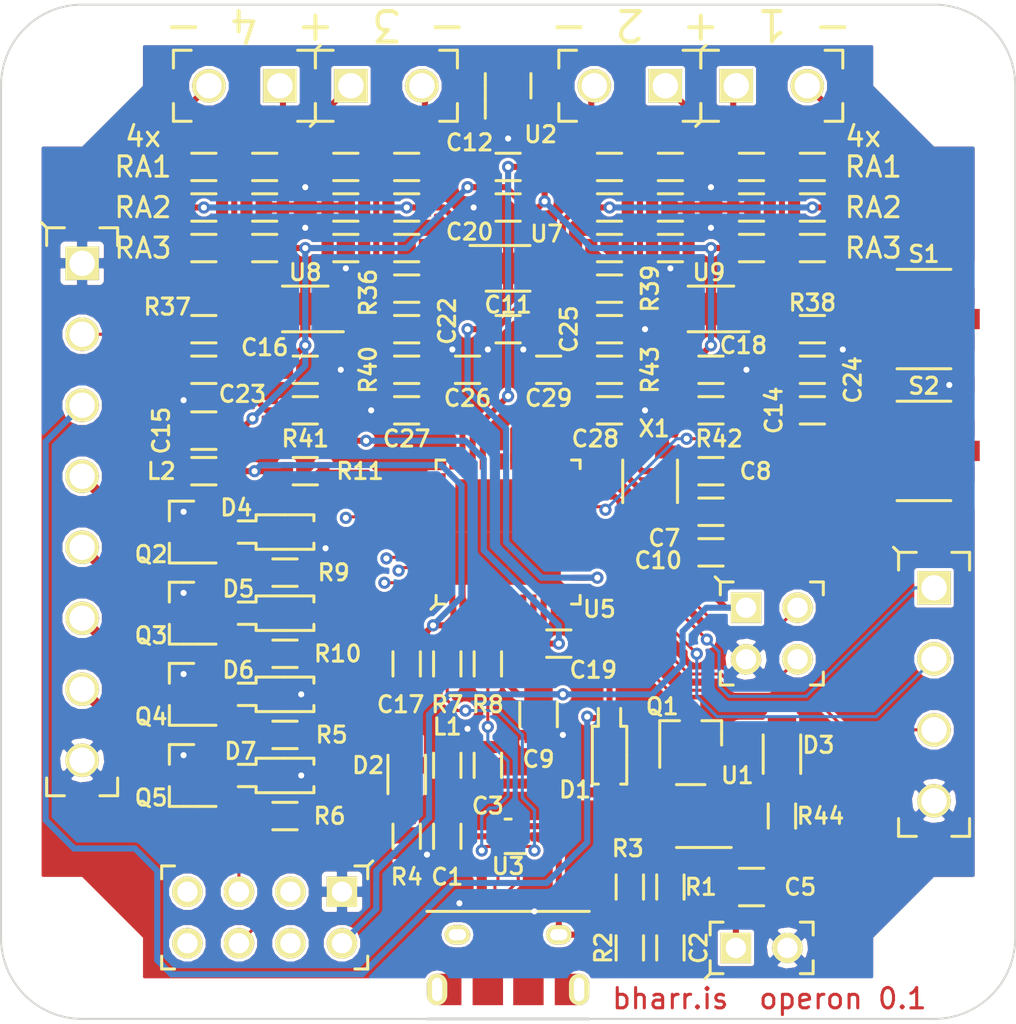
<source format=kicad_pcb>
(kicad_pcb (version 3) (host pcbnew "(2013-07-14 BZR 4242)-testing")
  (layers (15 F.Cu signal) (0 B.Cu signal) (18 B.Paste user) (19 F.Paste user) (20 B.SilkS user) (21 F.SilkS user) (22 B.Mask user) (23 F.Mask user) (28 Edge.Cuts user))
  (net 0 "")
  (net 1 +3.3V)
  (net 2 +3.3VADC)
  (net 3 +5V)
  (net 4 /AFE/DAC)
  (net 5 /AFE/SHIFT1)
  (net 6 /AFE/SHIFT2)
  (net 7 /AFE/TC1)
  (net 8 /AFE/TC1+)
  (net 9 /AFE/TC1-)
  (net 10 /AFE/TC1_OUT)
  (net 11 /AFE/TC2)
  (net 12 /AFE/TC2+)
  (net 13 /AFE/TC2-)
  (net 14 /AFE/TC2_OUT)
  (net 15 /AFE/TC3)
  (net 16 /AFE/TC3+)
  (net 17 /AFE/TC3-)
  (net 18 /AFE/TC3_OUT)
  (net 19 /AFE/TC4)
  (net 20 /AFE/TC4+)
  (net 21 /AFE/TC4-)
  (net 22 /AFE/TC4_OUT)
  (net 23 /BUTTON)
  (net 24 /CE)
  (net 25 /CHG)
  (net 26 /CLKIN)
  (net 27 /CLKOUT)
  (net 28 /COLD)
  (net 29 /CS)
  (net 30 /D+)
  (net 31 /D-)
  (net 32 /DAL)
  (net 33 /FET1)
  (net 34 /FET2)
  (net 35 /FET3)
  (net 36 /FET4)
  (net 37 /GPIO1)
  (net 38 /GPIO2)
  (net 39 /GPIO3)
  (net 40 /IRQ)
  (net 41 /LED)
  (net 42 /MISO)
  (net 43 /MOSI)
  (net 44 /RESET)
  (net 45 /S1)
  (net 46 /S2)
  (net 47 /S3)
  (net 48 /S4)
  (net 49 /SCK)
  (net 50 /SHIELD)
  (net 51 /SWD_CLK)
  (net 52 /SWD_DIO)
  (net 53 /VBUS)
  (net 54 /VBUS2)
  (net 55 GND)
  (net 56 N-0000010)
  (net 57 N-0000013)
  (net 58 N-0000014)
  (net 59 N-0000015)
  (net 60 N-0000016)
  (net 61 N-0000017)
  (net 62 N-0000018)
  (net 63 N-0000019)
  (net 64 N-0000021)
  (net 65 N-0000022)
  (net 66 N-0000023)
  (net 67 N-0000031)
  (net 68 N-0000034)
  (net 69 N-0000053)
  (net 70 N-0000054)
  (net 71 N-0000059)
  (net 72 N-000006)
  (net 73 N-0000060)
  (net 74 N-0000061)
  (net 75 N-0000062)
  (net 76 N-0000064)
  (net 77 N-0000065)
  (net 78 N-000007)
  (net 79 N-0000070)
  (net 80 N-0000071)
  (net 81 N-0000072)
  (net 82 N-0000073)
  (net 83 N-0000075)
  (net 84 N-0000076)
  (module HEADER254P1X2 (layer F.Cu) (at 137.5 146.5 90)
    (fp_text reference BT1 hide)
    (fp_text value BATTERY hide)
    (pad 1 thru_hole rect (at 0 -1.27 90) (size 1.5 1.5) (drill 1) (layers *.Cu *.Mask F.Paste F.SilkS) (net 66 N-0000023))
    (pad 2 thru_hole circle (at 0 1.27 90) (size 1.5 1.5) (drill 1) (layers *.Cu *.Mask F.Paste F.SilkS) (net 55 GND))
  )
  (module CAPC1608N (layer F.Cu) (at 122 141 270)
    (fp_text reference C1 (at 2 0 360) (layer F.SilkS) (effects (font (size 0.8 0.8))))
    (fp_text value 1u hide)
    (pad 1 smd rect (at -0.9 0 270) (size 0.6 0.9) (layers F.Cu F.Paste F.Mask) (net 53 /VBUS))
    (pad 2 smd rect (at 0.9 0 270) (size 0.6 0.9) (layers F.Cu F.Paste F.Mask) (net 55 GND))
  )
  (module CAPC1608N (layer F.Cu) (at 133 146.5 90)
    (fp_text reference C2 (at 0 1.4 270) (layer F.SilkS) (effects (font (size 0.8 0.8))))
    (fp_text value 10n hide)
    (pad 1 smd rect (at -0.9 0 90) (size 0.6 0.9) (layers F.Cu F.Paste F.Mask) (net 50 /SHIELD))
    (pad 2 smd rect (at 0.9 0 90) (size 0.6 0.9) (layers F.Cu F.Paste F.Mask) (net 55 GND))
  )
  (module CAPC1608N (layer F.Cu) (at 124 137.5 90)
    (fp_text reference C3 (at -2 0 180) (layer F.SilkS) (effects (font (size 0.8 0.8))))
    (fp_text value 1u hide)
    (pad 1 smd rect (at -0.9 0 90) (size 0.6 0.9) (layers F.Cu F.Paste F.Mask) (net 54 /VBUS2))
    (pad 2 smd rect (at 0.9 0 90) (size 0.6 0.9) (layers F.Cu F.Paste F.Mask) (net 55 GND))
  )
  (module CAPC2012N (layer F.Cu) (at 137 143.5)
    (fp_text reference C5 (at 2.4 0) (layer F.SilkS) (effects (font (size 0.8 0.8))))
    (fp_text value 22u hide)
    (pad 1 smd rect (at -1 0) (size 0.8 1.4) (layers F.Cu F.Paste F.Mask) (net 66 N-0000023))
    (pad 2 smd rect (at 1 0) (size 0.8 1.4) (layers F.Cu F.Paste F.Mask) (net 55 GND))
  )
  (module CAPC1608N (layer F.Cu) (at 135 125 180)
    (fp_text reference C7 (at 2.3 -1.3 180) (layer F.SilkS) (effects (font (size 0.8 0.8))))
    (fp_text value 6p hide)
    (pad 1 smd rect (at -0.9 0 180) (size 0.6 0.9) (layers F.Cu F.Paste F.Mask) (net 55 GND))
    (pad 2 smd rect (at 0.9 0 180) (size 0.6 0.9) (layers F.Cu F.Paste F.Mask) (net 26 /CLKIN))
  )
  (module CAPC1608N (layer F.Cu) (at 135 123 180)
    (fp_text reference C8 (at -2.2 0 180) (layer F.SilkS) (effects (font (size 0.8 0.8))))
    (fp_text value 6p hide)
    (pad 1 smd rect (at -0.9 0 180) (size 0.6 0.9) (layers F.Cu F.Paste F.Mask) (net 55 GND))
    (pad 2 smd rect (at 0.9 0 180) (size 0.6 0.9) (layers F.Cu F.Paste F.Mask) (net 27 /CLKOUT))
  )
  (module CAPC2012N (layer F.Cu) (at 126.5 135 270)
    (fp_text reference C9 (at 2.2 0 360) (layer F.SilkS) (effects (font (size 0.8 0.8))))
    (fp_text value 22u hide)
    (pad 1 smd rect (at -1 0 270) (size 0.8 1.4) (layers F.Cu F.Paste F.Mask) (net 1 +3.3V))
    (pad 2 smd rect (at 1 0 270) (size 0.8 1.4) (layers F.Cu F.Paste F.Mask) (net 55 GND))
  )
  (module CAPC1608N (layer F.Cu) (at 135 127)
    (fp_text reference C10 (at -2.6 0.4) (layer F.SilkS) (effects (font (size 0.8 0.8))))
    (fp_text value 1u hide)
    (pad 1 smd rect (at -0.9 0) (size 0.6 0.9) (layers F.Cu F.Paste F.Mask) (net 1 +3.3V))
    (pad 2 smd rect (at 0.9 0) (size 0.6 0.9) (layers F.Cu F.Paste F.Mask) (net 55 GND))
  )
  (module CAPC1608N (layer F.Cu) (at 125 116)
    (fp_text reference C11 (at 0 -1.2) (layer F.SilkS) (effects (font (size 0.8 0.8))))
    (fp_text value 100n hide)
    (pad 1 smd rect (at -0.9 0) (size 0.6 0.9) (layers F.Cu F.Paste F.Mask) (net 4 /AFE/DAC))
    (pad 2 smd rect (at 0.9 0) (size 0.6 0.9) (layers F.Cu F.Paste F.Mask) (net 55 GND))
  )
  (module CAPC1608N (layer F.Cu) (at 140 120)
    (fp_text reference C14 (at -1.9 0 90) (layer F.SilkS) (effects (font (size 0.8 0.8))))
    (fp_text value 100n hide)
    (pad 1 smd rect (at -0.9 0) (size 0.6 0.9) (layers F.Cu F.Paste F.Mask) (net 44 /RESET))
    (pad 2 smd rect (at 0.9 0) (size 0.6 0.9) (layers F.Cu F.Paste F.Mask) (net 55 GND))
  )
  (module CAPC2012N (layer F.Cu) (at 110 121 180)
    (fp_text reference C15 (at 2.1 0 270) (layer F.SilkS) (effects (font (size 0.8 0.8))))
    (fp_text value 22u hide)
    (pad 1 smd rect (at -1 0 180) (size 0.8 1.4) (layers F.Cu F.Paste F.Mask) (net 2 +3.3VADC))
    (pad 2 smd rect (at 1 0 180) (size 0.8 1.4) (layers F.Cu F.Paste F.Mask) (net 55 GND))
  )
  (module CAPC1608N (layer F.Cu) (at 115 118)
    (fp_text reference C16 (at -2 -1.1) (layer F.SilkS) (effects (font (size 0.8 0.8))))
    (fp_text value 1u hide)
    (pad 1 smd rect (at -0.9 0) (size 0.6 0.9) (layers F.Cu F.Paste F.Mask) (net 2 +3.3VADC))
    (pad 2 smd rect (at 0.9 0) (size 0.6 0.9) (layers F.Cu F.Paste F.Mask) (net 55 GND))
  )
  (module CAPC1608N (layer F.Cu) (at 120 132.5 270)
    (fp_text reference C17 (at 2 0.3 360) (layer F.SilkS) (effects (font (size 0.8 0.8))))
    (fp_text value 1u hide)
    (pad 1 smd rect (at -0.9 0 270) (size 0.6 0.9) (layers F.Cu F.Paste F.Mask) (net 1 +3.3V))
    (pad 2 smd rect (at 0.9 0 270) (size 0.6 0.9) (layers F.Cu F.Paste F.Mask) (net 55 GND))
  )
  (module CAPC1608N (layer F.Cu) (at 135 118)
    (fp_text reference C18 (at 1.6 -1.2) (layer F.SilkS) (effects (font (size 0.8 0.8))))
    (fp_text value 1u hide)
    (pad 1 smd rect (at -0.9 0) (size 0.6 0.9) (layers F.Cu F.Paste F.Mask) (net 2 +3.3VADC))
    (pad 2 smd rect (at 0.9 0) (size 0.6 0.9) (layers F.Cu F.Paste F.Mask) (net 55 GND))
  )
  (module CAPC1608N (layer F.Cu) (at 127.5 131.5)
    (fp_text reference C19 (at 1.7 1.3) (layer F.SilkS) (effects (font (size 0.8 0.8))))
    (fp_text value 1u hide)
    (pad 1 smd rect (at -0.9 0) (size 0.6 0.9) (layers F.Cu F.Paste F.Mask) (net 2 +3.3VADC))
    (pad 2 smd rect (at 0.9 0) (size 0.6 0.9) (layers F.Cu F.Paste F.Mask) (net 55 GND))
  )
  (module CAPC1608N (layer F.Cu) (at 125 110 180)
    (fp_text reference C20 (at 1.9 -1.2 180) (layer F.SilkS) (effects (font (size 0.8 0.8))))
    (fp_text value 1u hide)
    (pad 1 smd rect (at -0.9 0 180) (size 0.6 0.9) (layers F.Cu F.Paste F.Mask) (net 2 +3.3VADC))
    (pad 2 smd rect (at 0.9 0 180) (size 0.6 0.9) (layers F.Cu F.Paste F.Mask) (net 55 GND))
  )
  (module CAPC1608N (layer F.Cu) (at 120 116 180)
    (fp_text reference C22 (at -2 0.4 270) (layer F.SilkS) (effects (font (size 0.8 0.8))))
    (fp_text value 100n hide)
    (pad 1 smd rect (at -0.9 0 180) (size 0.6 0.9) (layers F.Cu F.Paste F.Mask) (net 74 N-0000061))
    (pad 2 smd rect (at 0.9 0 180) (size 0.6 0.9) (layers F.Cu F.Paste F.Mask) (net 55 GND))
  )
  (module CAPC1608N (layer F.Cu) (at 110 118 180)
    (fp_text reference C23 (at -1.9 -1.2 360) (layer F.SilkS) (effects (font (size 0.8 0.8))))
    (fp_text value 100n hide)
    (pad 1 smd rect (at -0.9 0 180) (size 0.6 0.9) (layers F.Cu F.Paste F.Mask) (net 71 N-0000059))
    (pad 2 smd rect (at 0.9 0 180) (size 0.6 0.9) (layers F.Cu F.Paste F.Mask) (net 55 GND))
  )
  (module CAPC1608N (layer F.Cu) (at 140 118)
    (fp_text reference C24 (at 2 0.5 270) (layer F.SilkS) (effects (font (size 0.8 0.8))))
    (fp_text value 100n hide)
    (pad 1 smd rect (at -0.9 0) (size 0.6 0.9) (layers F.Cu F.Paste F.Mask) (net 73 N-0000060))
    (pad 2 smd rect (at 0.9 0) (size 0.6 0.9) (layers F.Cu F.Paste F.Mask) (net 55 GND))
  )
  (module CAPC1608N (layer F.Cu) (at 130 116)
    (fp_text reference C25 (at -2 0 90) (layer F.SilkS) (effects (font (size 0.8 0.8))))
    (fp_text value 100n hide)
    (pad 1 smd rect (at -0.9 0) (size 0.6 0.9) (layers F.Cu F.Paste F.Mask) (net 75 N-0000062))
    (pad 2 smd rect (at 0.9 0) (size 0.6 0.9) (layers F.Cu F.Paste F.Mask) (net 55 GND))
  )
  (module CAPC1608N (layer F.Cu) (at 123 118)
    (fp_text reference C26 (at 0 1.4) (layer F.SilkS) (effects (font (size 0.8 0.8))))
    (fp_text value 100n hide)
    (pad 1 smd rect (at -0.9 0) (size 0.6 0.9) (layers F.Cu F.Paste F.Mask) (net 7 /AFE/TC1))
    (pad 2 smd rect (at 0.9 0) (size 0.6 0.9) (layers F.Cu F.Paste F.Mask) (net 55 GND))
  )
  (module CAPC1608N (layer F.Cu) (at 120 120 180)
    (fp_text reference C27 (at 0 -1.4 180) (layer F.SilkS) (effects (font (size 0.8 0.8))))
    (fp_text value 100n hide)
    (pad 1 smd rect (at -0.9 0 180) (size 0.6 0.9) (layers F.Cu F.Paste F.Mask) (net 11 /AFE/TC2))
    (pad 2 smd rect (at 0.9 0 180) (size 0.6 0.9) (layers F.Cu F.Paste F.Mask) (net 55 GND))
  )
  (module CAPC1608N (layer F.Cu) (at 130 120)
    (fp_text reference C28 (at -0.7 1.4) (layer F.SilkS) (effects (font (size 0.8 0.8))))
    (fp_text value 100n hide)
    (pad 1 smd rect (at -0.9 0) (size 0.6 0.9) (layers F.Cu F.Paste F.Mask) (net 15 /AFE/TC3))
    (pad 2 smd rect (at 0.9 0) (size 0.6 0.9) (layers F.Cu F.Paste F.Mask) (net 55 GND))
  )
  (module CAPC1608N (layer F.Cu) (at 127 118 180)
    (fp_text reference C29 (at 0 -1.4 180) (layer F.SilkS) (effects (font (size 0.8 0.8))))
    (fp_text value 100n hide)
    (pad 1 smd rect (at -0.9 0 180) (size 0.6 0.9) (layers F.Cu F.Paste F.Mask) (net 19 /AFE/TC4))
    (pad 2 smd rect (at 0.9 0 180) (size 0.6 0.9) (layers F.Cu F.Paste F.Mask) (net 55 GND))
  )
  (module SOD3717X135N (layer F.Cu) (at 130 137 270)
    (fp_text reference D1 (at 1.7 1.7 360) (layer F.SilkS) (effects (font (size 0.8 0.8))))
    (fp_text value 1N5819HW hide)
    (pad 2 smd rect (at -1.83 0 270) (size 0.95 0.65) (layers F.Cu F.Paste F.Mask) (net 3 +5V))
    (pad 1 smd rect (at 1.83 0 270) (size 0.95 0.65) (layers F.Cu F.Paste F.Mask) (net 54 /VBUS2))
  )
  (module LEDC2012N (layer F.Cu) (at 138.5 136.5 90)
    (fp_text reference D3 (at 0 1.8 180) (layer F.SilkS) (effects (font (size 0.8 0.8))))
    (fp_text value LED hide)
    (pad 2 smd rect (at -0.95 0 90) (size 0.9 1.4) (layers F.Cu F.Paste F.Mask) (net 56 N-0000010))
    (pad 1 smd rect (at 0.95 0 90) (size 0.9 1.4) (layers F.Cu F.Paste F.Mask) (net 54 /VBUS2))
  )
  (module SOD3717X135N (layer F.Cu) (at 114 126)
    (fp_text reference D4 (at -2.4 -1.2 180) (layer F.SilkS) (effects (font (size 0.8 0.8))))
    (fp_text value ZENER hide)
    (pad 2 smd rect (at -1.83 0) (size 0.95 0.65) (layers F.Cu F.Paste F.Mask) (net 33 /FET1))
    (pad 1 smd rect (at 1.83 0) (size 0.95 0.65) (layers F.Cu F.Paste F.Mask) (net 55 GND))
  )
  (module SOD3717X135N (layer F.Cu) (at 114 130)
    (fp_text reference D5 (at -2.3 -1.2 180) (layer F.SilkS) (effects (font (size 0.8 0.8))))
    (fp_text value ZENER hide)
    (pad 2 smd rect (at -1.83 0) (size 0.95 0.65) (layers F.Cu F.Paste F.Mask) (net 34 /FET2))
    (pad 1 smd rect (at 1.83 0) (size 0.95 0.65) (layers F.Cu F.Paste F.Mask) (net 55 GND))
  )
  (module INDC1608N (layer F.Cu) (at 122 137.5 90)
    (fp_text reference L1 (at 1.9 0 180) (layer F.SilkS) (effects (font (size 0.8 0.8))))
    (fp_text value FBlow hide)
    (pad 1 smd rect (at -0.9 0 90) (size 0.6 0.9) (layers F.Cu F.Paste F.Mask) (net 53 /VBUS))
    (pad 2 smd rect (at 0.9 0 90) (size 0.6 0.9) (layers F.Cu F.Paste F.Mask) (net 54 /VBUS2))
  )
  (module INDC1608N (layer F.Cu) (at 110 123 180)
    (fp_text reference L2 (at 2.1 0 180) (layer F.SilkS) (effects (font (size 0.8 0.8))))
    (fp_text value FBlow hide)
    (pad 1 smd rect (at -0.9 0 180) (size 0.6 0.9) (layers F.Cu F.Paste F.Mask) (net 1 +3.3V))
    (pad 2 smd rect (at 0.9 0 180) (size 0.6 0.9) (layers F.Cu F.Paste F.Mask) (net 2 +3.3VADC))
  )
  (module FCI_10118194 (layer F.Cu) (at 125 150)
    (fp_text reference P1 hide)
    (fp_text value USB hide)
    (fp_line (start -4 0) (end 4 0) (layer Edge.Cuts) (width 0.15))
    (pad 1 smd rect (at -1.3 -4.15) (size 0.4 1.35) (layers F.Cu F.Paste F.Mask) (net 53 /VBUS))
    (pad 2 smd rect (at -0.65 -4.15) (size 0.4 1.35) (layers F.Cu F.Paste F.Mask) (net 31 /D-))
    (pad 3 smd rect (at 0 -4.15) (size 0.4 1.35) (layers F.Cu F.Paste F.Mask) (net 30 /D+))
    (pad 4 smd rect (at 0.65 -4.15) (size 0.4 1.35) (layers F.Cu F.Paste F.Mask) (net 69 N-0000053))
    (pad 5 smd rect (at 1.3 -4.15) (size 0.4 1.35) (layers F.Cu F.Paste F.Mask) (net 55 GND))
    (pad 6 smd rect (at -2.9 -1.45) (size 1.2 1.55) (layers F.Cu F.Paste F.Mask) (net 50 /SHIELD))
    (pad 6 smd rect (at 2.9 -1.45) (size 1.2 1.55) (layers F.Cu F.Paste F.Mask) (net 50 /SHIELD))
    (pad 6 smd rect (at -1 -1.45) (size 1.5 1.55) (layers F.Cu F.Paste F.Mask) (net 50 /SHIELD))
    (pad 6 smd rect (at 1 -1.45) (size 1.5 1.55) (layers F.Cu F.Paste F.Mask) (net 50 /SHIELD))
    (pad 6 thru_hole oval (at -2.5 -4.15) (size 1.25 0.95) (drill oval 0.85 0.55) (layers *.Cu *.Mask F.Paste F.SilkS) (net 50 /SHIELD))
    (pad 6 thru_hole oval (at 2.5 -4.15) (size 1.25 0.95) (drill oval 0.85 0.55) (layers *.Cu *.Mask F.Paste F.SilkS) (net 50 /SHIELD))
    (pad 6 thru_hole oval (at -3.5 -1.45) (size 1 1.55) (drill oval 0.5 1.15) (layers *.Cu *.Mask F.Paste F.SilkS) (net 50 /SHIELD))
    (pad 6 thru_hole oval (at 3.5 -1.45) (size 1 1.55) (drill oval 0.5 1.15) (layers *.Cu *.Mask F.Paste F.SilkS) (net 50 /SHIELD))
  )
  (module MOD_SWD (layer F.Cu) (at 138 131)
    (fp_text reference P3 hide)
    (fp_text value MOD_SWD hide)
    (pad 1 thru_hole rect (at -1.27 -1.27) (size 1.5 1.5) (drill 1) (layers *.Cu *.Mask F.Paste F.SilkS) (net 1 +3.3V))
    (pad 2 thru_hole circle (at 1.27 -1.27) (size 1.5 1.5) (drill 1) (layers *.Cu *.Mask F.Paste F.SilkS) (net 52 /SWD_DIO))
    (pad 3 thru_hole circle (at -1.27 1.27) (size 1.5 1.5) (drill 1) (layers *.Cu *.Mask F.Paste F.SilkS) (net 55 GND))
    (pad 4 thru_hole circle (at 1.27 1.27) (size 1.5 1.5) (drill 1) (layers *.Cu *.Mask F.Paste F.SilkS) (net 51 /SWD_CLK))
  )
  (module HEADER350P1X8 (layer F.Cu) (at 104 125)
    (fp_text reference P4 hide)
    (fp_text value HEADER1 hide)
    (pad 1 thru_hole rect (at 0 -12.25) (size 1.65 1.65) (drill 1.25) (layers *.Cu *.Mask F.Paste F.SilkS) (net 55 GND))
    (pad 2 thru_hole circle (at 0 -8.75) (size 1.65 1.65) (drill 1.25) (layers *.Cu *.Mask F.Paste F.SilkS) (net 32 /DAL))
    (pad 3 thru_hole circle (at 0 -5.25) (size 1.65 1.65) (drill 1.25) (layers *.Cu *.Mask F.Paste F.SilkS) (net 3 +5V))
    (pad 4 thru_hole circle (at 0 -1.75) (size 1.65 1.65) (drill 1.25) (layers *.Cu *.Mask F.Paste F.SilkS) (net 33 /FET1))
    (pad 5 thru_hole circle (at 0 1.75) (size 1.65 1.65) (drill 1.25) (layers *.Cu *.Mask F.Paste F.SilkS) (net 34 /FET2))
    (pad 6 thru_hole circle (at 0 5.25) (size 1.65 1.65) (drill 1.25) (layers *.Cu *.Mask F.Paste F.SilkS) (net 35 /FET3))
    (pad 7 thru_hole circle (at 0 8.75) (size 1.65 1.65) (drill 1.25) (layers *.Cu *.Mask F.Paste F.SilkS) (net 36 /FET4))
    (pad 8 thru_hole circle (at 0 12.25) (size 1.65 1.65) (drill 1.25) (layers *.Cu *.Mask F.Paste F.SilkS) (net 55 GND))
  )
  (module HEADER350P1x4 (layer F.Cu) (at 146 134)
    (fp_text reference P5 hide)
    (fp_text value HEADER2 hide)
    (pad 1 thru_hole rect (at 0 -5.25) (size 1.65 1.65) (drill 1.25) (layers *.Cu *.Mask F.Paste F.SilkS) (net 37 /GPIO1))
    (pad 2 thru_hole circle (at 0 -1.75) (size 1.65 1.65) (drill 1.25) (layers *.Cu *.Mask F.Paste F.SilkS) (net 38 /GPIO2))
    (pad 3 thru_hole circle (at 0 1.75) (size 1.65 1.65) (drill 1.25) (layers *.Cu *.Mask F.Paste F.SilkS) (net 39 /GPIO3))
    (pad 4 thru_hole circle (at 0 5.25) (size 1.65 1.65) (drill 1.25) (layers *.Cu *.Mask F.Paste F.SilkS) (net 55 GND))
  )
  (module HEADER350P1X2 (layer F.Cu) (at 119 104 90)
    (fp_text reference P6 hide)
    (fp_text value TC1 hide)
    (pad 1 thru_hole rect (at 0 -1.75 90) (size 1.65 1.65) (drill 1.25) (layers *.Cu *.Mask F.Paste F.SilkS) (net 82 N-0000073))
    (pad 2 thru_hole circle (at 0 1.75 90) (size 1.65 1.65) (drill 1.25) (layers *.Cu *.Mask F.Paste F.SilkS) (net 81 N-0000072))
  )
  (module HEADER350P1X2 (layer F.Cu) (at 112 104 270)
    (fp_text reference P7 hide)
    (fp_text value TC2 hide)
    (pad 1 thru_hole rect (at 0 -1.75 270) (size 1.65 1.65) (drill 1.25) (layers *.Cu *.Mask F.Paste F.SilkS) (net 84 N-0000076))
    (pad 2 thru_hole circle (at 0 1.75 270) (size 1.65 1.65) (drill 1.25) (layers *.Cu *.Mask F.Paste F.SilkS) (net 83 N-0000075))
  )
  (module HEADER350P1X2 (layer F.Cu) (at 138 104 90)
    (fp_text reference P8 hide)
    (fp_text value TC3 hide)
    (pad 1 thru_hole rect (at 0 -1.75 90) (size 1.65 1.65) (drill 1.25) (layers *.Cu *.Mask F.Paste F.SilkS) (net 77 N-0000065))
    (pad 2 thru_hole circle (at 0 1.75 90) (size 1.65 1.65) (drill 1.25) (layers *.Cu *.Mask F.Paste F.SilkS) (net 76 N-0000064))
  )
  (module HEADER350P1X2 (layer F.Cu) (at 131 104 270)
    (fp_text reference P9 hide)
    (fp_text value TC4 hide)
    (pad 1 thru_hole rect (at 0 -1.75 270) (size 1.65 1.65) (drill 1.25) (layers *.Cu *.Mask F.Paste F.SilkS) (net 80 N-0000071))
    (pad 2 thru_hole circle (at 0 1.75 270) (size 1.65 1.65) (drill 1.25) (layers *.Cu *.Mask F.Paste F.SilkS) (net 79 N-0000070))
  )
  (module SOT190P230X100-3N (layer F.Cu) (at 134 136 90)
    (fp_text reference Q1 (at 1.4 -1.4 180) (layer F.SilkS) (effects (font (size 0.8 0.8))))
    (fp_text value AO3401A hide)
    (pad G smd rect (at -1.05 -0.95 90) (size 1.1 0.65) (layers F.Cu F.Paste F.Mask) (net 54 /VBUS2))
    (pad S smd rect (at -1.05 0.95 90) (size 1.1 0.65) (layers F.Cu F.Paste F.Mask) (net 66 N-0000023))
    (pad D smd rect (at 1.05 0 90) (size 1.1 0.65) (layers F.Cu F.Paste F.Mask) (net 3 +5V))
  )
  (module SOT190P230X100-3N (layer F.Cu) (at 109 126 180)
    (fp_text reference Q2 (at 1.6 -1.1 180) (layer F.SilkS) (effects (font (size 0.8 0.8))))
    (fp_text value ZXMN3A01F hide)
    (pad G smd rect (at -1.05 -0.95 180) (size 1.1 0.65) (layers F.Cu F.Paste F.Mask) (net 45 /S1))
    (pad S smd rect (at -1.05 0.95 180) (size 1.1 0.65) (layers F.Cu F.Paste F.Mask) (net 55 GND))
    (pad D smd rect (at 1.05 0 180) (size 1.1 0.65) (layers F.Cu F.Paste F.Mask) (net 33 /FET1))
  )
  (module SOT190P230X100-3N (layer F.Cu) (at 109 130 180)
    (fp_text reference Q3 (at 1.6 -1.1 180) (layer F.SilkS) (effects (font (size 0.8 0.8))))
    (fp_text value ZXMN3A01F hide)
    (pad G smd rect (at -1.05 -0.95 180) (size 1.1 0.65) (layers F.Cu F.Paste F.Mask) (net 46 /S2))
    (pad S smd rect (at -1.05 0.95 180) (size 1.1 0.65) (layers F.Cu F.Paste F.Mask) (net 55 GND))
    (pad D smd rect (at 1.05 0 180) (size 1.1 0.65) (layers F.Cu F.Paste F.Mask) (net 34 /FET2))
  )
  (module RESC1608N (layer F.Cu) (at 133 143.5 270)
    (fp_text reference R1 (at 0 -1.5 360) (layer F.SilkS) (effects (font (size 0.8 0.8))))
    (fp_text value 10k hide)
    (pad 1 smd rect (at -0.9 0 270) (size 0.6 0.9) (layers F.Cu F.Paste F.Mask) (net 68 N-0000034))
    (pad 2 smd rect (at 0.9 0 270) (size 0.6 0.9) (layers F.Cu F.Paste F.Mask) (net 55 GND))
  )
  (module RESC1608N (layer F.Cu) (at 131 146.5 270)
    (fp_text reference R2 (at 0 1.3 450) (layer F.SilkS) (effects (font (size 0.8 0.8))))
    (fp_text value 1M hide)
    (pad 1 smd rect (at -0.9 0 270) (size 0.6 0.9) (layers F.Cu F.Paste F.Mask) (net 55 GND))
    (pad 2 smd rect (at 0.9 0 270) (size 0.6 0.9) (layers F.Cu F.Paste F.Mask) (net 50 /SHIELD))
  )
  (module RESC1608N (layer F.Cu) (at 131 143.5 270)
    (fp_text reference R3 (at -1.9 0.1 360) (layer F.SilkS) (effects (font (size 0.8 0.8))))
    (fp_text value 100k hide)
    (pad 1 smd rect (at -0.9 0 270) (size 0.6 0.9) (layers F.Cu F.Paste F.Mask) (net 54 /VBUS2))
    (pad 2 smd rect (at 0.9 0 270) (size 0.6 0.9) (layers F.Cu F.Paste F.Mask) (net 55 GND))
  )
  (module RESC1608N (layer F.Cu) (at 120 141 90)
    (fp_text reference R4 (at -2 0 180) (layer F.SilkS) (effects (font (size 0.8 0.8))))
    (fp_text value 4.7k hide)
    (pad 1 smd rect (at -0.9 0 90) (size 0.6 0.9) (layers F.Cu F.Paste F.Mask) (net 55 GND))
    (pad 2 smd rect (at 0.9 0 90) (size 0.6 0.9) (layers F.Cu F.Paste F.Mask) (net 67 N-0000031))
  )
  (module RESC1608N (layer F.Cu) (at 122 132.5 270)
    (fp_text reference R7 (at 2 0 360) (layer F.SilkS) (effects (font (size 0.8 0.8))))
    (fp_text value 33 hide)
    (pad 1 smd rect (at -0.9 0 270) (size 0.6 0.9) (layers F.Cu F.Paste F.Mask) (net 72 N-000006))
    (pad 2 smd rect (at 0.9 0 270) (size 0.6 0.9) (layers F.Cu F.Paste F.Mask) (net 30 /D+))
  )
  (module RESC1608N (layer F.Cu) (at 124 132.5 270)
    (fp_text reference R8 (at 2 0 360) (layer F.SilkS) (effects (font (size 0.8 0.8))))
    (fp_text value 33 hide)
    (pad 1 smd rect (at -0.9 0 270) (size 0.6 0.9) (layers F.Cu F.Paste F.Mask) (net 78 N-000007))
    (pad 2 smd rect (at 0.9 0 270) (size 0.6 0.9) (layers F.Cu F.Paste F.Mask) (net 31 /D-))
  )
  (module RESC1608N (layer F.Cu) (at 114 128)
    (fp_text reference R9 (at 2.4 0) (layer F.SilkS) (effects (font (size 0.8 0.8))))
    (fp_text value 100k hide)
    (pad 1 smd rect (at -0.9 0) (size 0.6 0.9) (layers F.Cu F.Paste F.Mask) (net 45 /S1))
    (pad 2 smd rect (at 0.9 0) (size 0.6 0.9) (layers F.Cu F.Paste F.Mask) (net 55 GND))
  )
  (module RESC1608N (layer F.Cu) (at 114 132)
    (fp_text reference R10 (at 2.6 0 180) (layer F.SilkS) (effects (font (size 0.8 0.8))))
    (fp_text value 100k hide)
    (pad 1 smd rect (at -0.9 0) (size 0.6 0.9) (layers F.Cu F.Paste F.Mask) (net 46 /S2))
    (pad 2 smd rect (at 0.9 0) (size 0.6 0.9) (layers F.Cu F.Paste F.Mask) (net 55 GND))
  )
  (module RESC1608N (layer F.Cu) (at 115 123 180)
    (fp_text reference R11 (at -2.7 0 180) (layer F.SilkS) (effects (font (size 0.8 0.8))))
    (fp_text value 4.7k hide)
    (pad 1 smd rect (at -0.9 0 180) (size 0.6 0.9) (layers F.Cu F.Paste F.Mask) (net 32 /DAL))
    (pad 2 smd rect (at 0.9 0 180) (size 0.6 0.9) (layers F.Cu F.Paste F.Mask) (net 1 +3.3V))
  )
  (module RESC1608N (layer F.Cu) (at 117 110)
    (fp_text reference R12 hide)
    (fp_text value "5.6k 0.1%" hide)
    (pad 1 smd rect (at -0.9 0) (size 0.6 0.9) (layers F.Cu F.Paste F.Mask) (net 55 GND))
    (pad 2 smd rect (at 0.9 0) (size 0.6 0.9) (layers F.Cu F.Paste F.Mask) (net 8 /AFE/TC1+))
  )
  (module RESC1608N (layer F.Cu) (at 117 108)
    (fp_text reference R13 hide)
    (fp_text value "100 0.1%" hide)
    (pad 1 smd rect (at -0.9 0) (size 0.6 0.9) (layers F.Cu F.Paste F.Mask) (net 82 N-0000073))
    (pad 2 smd rect (at 0.9 0) (size 0.6 0.9) (layers F.Cu F.Paste F.Mask) (net 8 /AFE/TC1+))
  )
  (module RESC1608N (layer F.Cu) (at 120 108 180)
    (fp_text reference R14 hide)
    (fp_text value "100 0.1%" hide)
    (pad 1 smd rect (at -0.9 0 180) (size 0.6 0.9) (layers F.Cu F.Paste F.Mask) (net 81 N-0000072))
    (pad 2 smd rect (at 0.9 0 180) (size 0.6 0.9) (layers F.Cu F.Paste F.Mask) (net 9 /AFE/TC1-))
  )
  (module RESC1608N (layer F.Cu) (at 120 110 180)
    (fp_text reference R15 hide)
    (fp_text value "5.6k 0.1%" hide)
    (pad 1 smd rect (at -0.9 0 180) (size 0.6 0.9) (layers F.Cu F.Paste F.Mask) (net 5 /AFE/SHIFT1))
    (pad 2 smd rect (at 0.9 0 180) (size 0.6 0.9) (layers F.Cu F.Paste F.Mask) (net 9 /AFE/TC1-))
  )
  (module RESC1608N (layer F.Cu) (at 113 110 180)
    (fp_text reference R16 hide)
    (fp_text value "5.6k 0.1%" hide)
    (pad 1 smd rect (at -0.9 0 180) (size 0.6 0.9) (layers F.Cu F.Paste F.Mask) (net 55 GND))
    (pad 2 smd rect (at 0.9 0 180) (size 0.6 0.9) (layers F.Cu F.Paste F.Mask) (net 12 /AFE/TC2+))
  )
  (module RESC1608N (layer F.Cu) (at 113 108 180)
    (fp_text reference R17 hide)
    (fp_text value "100 0.1%" hide)
    (pad 1 smd rect (at -0.9 0 180) (size 0.6 0.9) (layers F.Cu F.Paste F.Mask) (net 84 N-0000076))
    (pad 2 smd rect (at 0.9 0 180) (size 0.6 0.9) (layers F.Cu F.Paste F.Mask) (net 12 /AFE/TC2+))
  )
  (module RESC1608N (layer F.Cu) (at 110 108)
    (fp_text reference R18 hide)
    (fp_text value "100 0.1%" hide)
    (pad 1 smd rect (at -0.9 0) (size 0.6 0.9) (layers F.Cu F.Paste F.Mask) (net 83 N-0000075))
    (pad 2 smd rect (at 0.9 0) (size 0.6 0.9) (layers F.Cu F.Paste F.Mask) (net 13 /AFE/TC2-))
  )
  (module RESC1608N (layer F.Cu) (at 110 110)
    (fp_text reference R19 hide)
    (fp_text value "5.6k 0.1%" hide)
    (pad 1 smd rect (at -0.9 0) (size 0.6 0.9) (layers F.Cu F.Paste F.Mask) (net 5 /AFE/SHIFT1))
    (pad 2 smd rect (at 0.9 0) (size 0.6 0.9) (layers F.Cu F.Paste F.Mask) (net 13 /AFE/TC2-))
  )
  (module RESC1608N (layer F.Cu) (at 137 110)
    (fp_text reference R20 hide)
    (fp_text value "5.6k 0.1%" hide)
    (pad 1 smd rect (at -0.9 0) (size 0.6 0.9) (layers F.Cu F.Paste F.Mask) (net 55 GND))
    (pad 2 smd rect (at 0.9 0) (size 0.6 0.9) (layers F.Cu F.Paste F.Mask) (net 16 /AFE/TC3+))
  )
  (module RESC1608N (layer F.Cu) (at 137 108)
    (fp_text reference R21 hide)
    (fp_text value "100 0.1%" hide)
    (pad 1 smd rect (at -0.9 0) (size 0.6 0.9) (layers F.Cu F.Paste F.Mask) (net 77 N-0000065))
    (pad 2 smd rect (at 0.9 0) (size 0.6 0.9) (layers F.Cu F.Paste F.Mask) (net 16 /AFE/TC3+))
  )
  (module RESC1608N (layer F.Cu) (at 140 108 180)
    (fp_text reference R22 hide)
    (fp_text value "100 0.1%" hide)
    (pad 1 smd rect (at -0.9 0 180) (size 0.6 0.9) (layers F.Cu F.Paste F.Mask) (net 76 N-0000064))
    (pad 2 smd rect (at 0.9 0 180) (size 0.6 0.9) (layers F.Cu F.Paste F.Mask) (net 17 /AFE/TC3-))
  )
  (module RESC1608N (layer F.Cu) (at 140 110 180)
    (fp_text reference R23 hide)
    (fp_text value "5.6k 0.1%" hide)
    (pad 1 smd rect (at -0.9 0 180) (size 0.6 0.9) (layers F.Cu F.Paste F.Mask) (net 6 /AFE/SHIFT2))
    (pad 2 smd rect (at 0.9 0 180) (size 0.6 0.9) (layers F.Cu F.Paste F.Mask) (net 17 /AFE/TC3-))
  )
  (module RESC1608N (layer F.Cu) (at 133 110 180)
    (fp_text reference R24 hide)
    (fp_text value "5.6k 0.1%" hide)
    (pad 1 smd rect (at -0.9 0 180) (size 0.6 0.9) (layers F.Cu F.Paste F.Mask) (net 55 GND))
    (pad 2 smd rect (at 0.9 0 180) (size 0.6 0.9) (layers F.Cu F.Paste F.Mask) (net 20 /AFE/TC4+))
  )
  (module RESC1608N (layer F.Cu) (at 133 108 180)
    (fp_text reference R25 hide)
    (fp_text value "100 0.1%" hide)
    (pad 1 smd rect (at -0.9 0 180) (size 0.6 0.9) (layers F.Cu F.Paste F.Mask) (net 80 N-0000071))
    (pad 2 smd rect (at 0.9 0 180) (size 0.6 0.9) (layers F.Cu F.Paste F.Mask) (net 20 /AFE/TC4+))
  )
  (module RESC1608N (layer F.Cu) (at 130 108)
    (fp_text reference R26 hide)
    (fp_text value "100 0.1%" hide)
    (pad 1 smd rect (at -0.9 0) (size 0.6 0.9) (layers F.Cu F.Paste F.Mask) (net 79 N-0000070))
    (pad 2 smd rect (at 0.9 0) (size 0.6 0.9) (layers F.Cu F.Paste F.Mask) (net 21 /AFE/TC4-))
  )
  (module RESC1608N (layer F.Cu) (at 130 110)
    (fp_text reference R27 hide)
    (fp_text value "5.6k 0.1%" hide)
    (pad 1 smd rect (at -0.9 0) (size 0.6 0.9) (layers F.Cu F.Paste F.Mask) (net 6 /AFE/SHIFT2))
    (pad 2 smd rect (at 0.9 0) (size 0.6 0.9) (layers F.Cu F.Paste F.Mask) (net 21 /AFE/TC4-))
  )
  (module RESC1608N (layer F.Cu) (at 117 112 180)
    (fp_text reference R28 hide)
    (fp_text value "100k 0.1%" hide)
    (pad 1 smd rect (at -0.9 0 180) (size 0.6 0.9) (layers F.Cu F.Paste F.Mask) (net 8 /AFE/TC1+))
    (pad 2 smd rect (at 0.9 0 180) (size 0.6 0.9) (layers F.Cu F.Paste F.Mask) (net 2 +3.3VADC))
  )
  (module RESC1608N (layer F.Cu) (at 120 112)
    (fp_text reference R29 hide)
    (fp_text value "100k 0.1%" hide)
    (pad 1 smd rect (at -0.9 0) (size 0.6 0.9) (layers F.Cu F.Paste F.Mask) (net 9 /AFE/TC1-))
    (pad 2 smd rect (at 0.9 0) (size 0.6 0.9) (layers F.Cu F.Paste F.Mask) (net 10 /AFE/TC1_OUT))
  )
  (module RESC1608N (layer F.Cu) (at 113 112)
    (fp_text reference R30 hide)
    (fp_text value "100k 0.1%" hide)
    (pad 1 smd rect (at -0.9 0) (size 0.6 0.9) (layers F.Cu F.Paste F.Mask) (net 12 /AFE/TC2+))
    (pad 2 smd rect (at 0.9 0) (size 0.6 0.9) (layers F.Cu F.Paste F.Mask) (net 2 +3.3VADC))
  )
  (module RESC1608N (layer F.Cu) (at 110 112 180)
    (fp_text reference R31 hide)
    (fp_text value "100k 0.1%" hide)
    (pad 1 smd rect (at -0.9 0 180) (size 0.6 0.9) (layers F.Cu F.Paste F.Mask) (net 13 /AFE/TC2-))
    (pad 2 smd rect (at 0.9 0 180) (size 0.6 0.9) (layers F.Cu F.Paste F.Mask) (net 14 /AFE/TC2_OUT))
  )
  (module RESC1608N (layer F.Cu) (at 137 112 180)
    (fp_text reference R32 hide)
    (fp_text value "100k 0.1%" hide)
    (pad 1 smd rect (at -0.9 0 180) (size 0.6 0.9) (layers F.Cu F.Paste F.Mask) (net 16 /AFE/TC3+))
    (pad 2 smd rect (at 0.9 0 180) (size 0.6 0.9) (layers F.Cu F.Paste F.Mask) (net 2 +3.3VADC))
  )
  (module RESC1608N (layer F.Cu) (at 140 112)
    (fp_text reference R33 hide)
    (fp_text value "100k 0.1%" hide)
    (pad 1 smd rect (at -0.9 0) (size 0.6 0.9) (layers F.Cu F.Paste F.Mask) (net 17 /AFE/TC3-))
    (pad 2 smd rect (at 0.9 0) (size 0.6 0.9) (layers F.Cu F.Paste F.Mask) (net 18 /AFE/TC3_OUT))
  )
  (module RESC1608N (layer F.Cu) (at 133 112)
    (fp_text reference R34 hide)
    (fp_text value "100k 0.1%" hide)
    (pad 1 smd rect (at -0.9 0) (size 0.6 0.9) (layers F.Cu F.Paste F.Mask) (net 20 /AFE/TC4+))
    (pad 2 smd rect (at 0.9 0) (size 0.6 0.9) (layers F.Cu F.Paste F.Mask) (net 2 +3.3VADC))
  )
  (module RESC1608N (layer F.Cu) (at 130 112 180)
    (fp_text reference R35 hide)
    (fp_text value "100k 0.1%" hide)
    (pad 1 smd rect (at -0.9 0 180) (size 0.6 0.9) (layers F.Cu F.Paste F.Mask) (net 21 /AFE/TC4-))
    (pad 2 smd rect (at 0.9 0 180) (size 0.6 0.9) (layers F.Cu F.Paste F.Mask) (net 22 /AFE/TC4_OUT))
  )
  (module RESC1608N (layer F.Cu) (at 120 114)
    (fp_text reference R36 (at -1.9 0.2 90) (layer F.SilkS) (effects (font (size 0.8 0.8))))
    (fp_text value 510 hide)
    (pad 1 smd rect (at -0.9 0) (size 0.6 0.9) (layers F.Cu F.Paste F.Mask) (net 10 /AFE/TC1_OUT))
    (pad 2 smd rect (at 0.9 0) (size 0.6 0.9) (layers F.Cu F.Paste F.Mask) (net 74 N-0000061))
  )
  (module RESC1608N (layer F.Cu) (at 110 116 180)
    (fp_text reference R37 (at 1.8 1.1 180) (layer F.SilkS) (effects (font (size 0.8 0.8))))
    (fp_text value 510 hide)
    (pad 1 smd rect (at -0.9 0 180) (size 0.6 0.9) (layers F.Cu F.Paste F.Mask) (net 14 /AFE/TC2_OUT))
    (pad 2 smd rect (at 0.9 0 180) (size 0.6 0.9) (layers F.Cu F.Paste F.Mask) (net 71 N-0000059))
  )
  (module RESC1608N (layer F.Cu) (at 140 116)
    (fp_text reference R38 (at 0 -1.3) (layer F.SilkS) (effects (font (size 0.8 0.8))))
    (fp_text value 510 hide)
    (pad 1 smd rect (at -0.9 0) (size 0.6 0.9) (layers F.Cu F.Paste F.Mask) (net 18 /AFE/TC3_OUT))
    (pad 2 smd rect (at 0.9 0) (size 0.6 0.9) (layers F.Cu F.Paste F.Mask) (net 73 N-0000060))
  )
  (module RESC1608N (layer F.Cu) (at 130 114 180)
    (fp_text reference R39 (at -2 0 270) (layer F.SilkS) (effects (font (size 0.8 0.8))))
    (fp_text value 510 hide)
    (pad 1 smd rect (at -0.9 0 180) (size 0.6 0.9) (layers F.Cu F.Paste F.Mask) (net 22 /AFE/TC4_OUT))
    (pad 2 smd rect (at 0.9 0 180) (size 0.6 0.9) (layers F.Cu F.Paste F.Mask) (net 75 N-0000062))
  )
  (module RESC1608N (layer F.Cu) (at 120 118)
    (fp_text reference R40 (at -1.9 0 90) (layer F.SilkS) (effects (font (size 0.8 0.8))))
    (fp_text value 510 hide)
    (pad 1 smd rect (at -0.9 0) (size 0.6 0.9) (layers F.Cu F.Paste F.Mask) (net 74 N-0000061))
    (pad 2 smd rect (at 0.9 0) (size 0.6 0.9) (layers F.Cu F.Paste F.Mask) (net 7 /AFE/TC1))
  )
  (module RESC1608N (layer F.Cu) (at 115 120)
    (fp_text reference R41 (at 0 1.4) (layer F.SilkS) (effects (font (size 0.8 0.8))))
    (fp_text value 510 hide)
    (pad 1 smd rect (at -0.9 0) (size 0.6 0.9) (layers F.Cu F.Paste F.Mask) (net 71 N-0000059))
    (pad 2 smd rect (at 0.9 0) (size 0.6 0.9) (layers F.Cu F.Paste F.Mask) (net 11 /AFE/TC2))
  )
  (module RESC1608N (layer F.Cu) (at 135 120 180)
    (fp_text reference R42 (at -0.4 -1.4 180) (layer F.SilkS) (effects (font (size 0.8 0.8))))
    (fp_text value 510 hide)
    (pad 1 smd rect (at -0.9 0 180) (size 0.6 0.9) (layers F.Cu F.Paste F.Mask) (net 73 N-0000060))
    (pad 2 smd rect (at 0.9 0 180) (size 0.6 0.9) (layers F.Cu F.Paste F.Mask) (net 15 /AFE/TC3))
  )
  (module RESC1608N (layer F.Cu) (at 130 118 180)
    (fp_text reference R43 (at -2 0 270) (layer F.SilkS) (effects (font (size 0.8 0.8))))
    (fp_text value 510 hide)
    (pad 1 smd rect (at -0.9 0 180) (size 0.6 0.9) (layers F.Cu F.Paste F.Mask) (net 75 N-0000062))
    (pad 2 smd rect (at 0.9 0 180) (size 0.6 0.9) (layers F.Cu F.Paste F.Mask) (net 19 /AFE/TC4))
  )
  (module SW_EVQ (layer F.Cu) (at 145.5 115.5)
    (fp_text reference S1 (at 0 -3.2) (layer F.SilkS) (effects (font (size 0.8 0.8))))
    (fp_text value SW_PUSH hide)
    (pad "" smd rect (at -1.85 -2.2) (size 0.6 1) (layers F.Cu F.Paste F.Mask))
    (pad 1 smd rect (at -1.85 2.2) (size 0.6 1) (layers F.Cu F.Paste F.Mask) (net 44 /RESET))
    (pad 2 smd rect (at 1.85 -2.2) (size 0.6 1) (layers F.Cu F.Paste F.Mask) (net 55 GND))
    (pad 2 smd rect (at 1.85 2.2) (size 0.6 1) (layers F.Cu F.Paste F.Mask) (net 55 GND))
    (pad "" smd rect (at -2.525 0) (size 0.45 1) (layers F.Cu F.Paste F.Mask))
    (pad "" smd rect (at 2.525 0) (size 0.45 1) (layers F.Cu F.Paste F.Mask))
  )
  (module SW_EVQ (layer F.Cu) (at 145.5 122)
    (fp_text reference S2 (at 0 -3.2) (layer F.SilkS) (effects (font (size 0.8 0.8))))
    (fp_text value SW_PUSH hide)
    (pad 1 smd rect (at -1.85 -2.2) (size 0.6 1) (layers F.Cu F.Paste F.Mask) (net 23 /BUTTON))
    (pad "" smd rect (at -1.85 2.2) (size 0.6 1) (layers F.Cu F.Paste F.Mask))
    (pad 2 smd rect (at 1.85 -2.2) (size 0.6 1) (layers F.Cu F.Paste F.Mask) (net 55 GND))
    (pad 2 smd rect (at 1.85 2.2) (size 0.6 1) (layers F.Cu F.Paste F.Mask) (net 55 GND))
    (pad "" smd rect (at -2.525 0) (size 0.45 1) (layers F.Cu F.Paste F.Mask))
    (pad "" smd rect (at 2.525 0) (size 0.45 1) (layers F.Cu F.Paste F.Mask))
  )
  (module IP4221CZ6-S (layer F.Cu) (at 125 141 180)
    (fp_text reference U3 (at 0 -1.475 180) (layer F.SilkS) (effects (font (size 0.8 0.8))))
    (fp_text value IP4221CZ6-S hide)
    (pad 1 smd rect (at -0.5 -0.5 180) (size 0.7 0.25) (layers F.Cu F.Paste F.Mask) (net 30 /D+))
    (pad 2 smd rect (at -0.5 0 180) (size 0.7 0.25) (layers F.Cu F.Paste F.Mask) (net 55 GND))
    (pad 3 smd rect (at -0.5 0.5 180) (size 0.7 0.25) (layers F.Cu F.Paste F.Mask) (net 50 /SHIELD))
    (pad 4 smd rect (at 0.5 0.5 180) (size 0.7 0.25) (layers F.Cu F.Paste F.Mask) (net 70 N-0000054))
    (pad 5 smd rect (at 0.5 0 180) (size 0.7 0.25) (layers F.Cu F.Paste F.Mask) (net 53 /VBUS))
    (pad 6 smd rect (at 0.5 -0.5 180) (size 0.7 0.25) (layers F.Cu F.Paste F.Mask) (net 31 /D-))
  )
  (module MOD_nRF24L01 (layer F.Cu) (at 113 145 270)
    (fp_text reference U6 hide)
    (fp_text value MOD_NRF24L01 hide)
    (pad 1 thru_hole rect (at -1.27 -3.81 270) (size 1.5 1.5) (drill 1) (layers *.Cu *.Mask F.Paste F.SilkS) (net 55 GND))
    (pad 2 thru_hole circle (at 1.27 -3.81 270) (size 1.5 1.5) (drill 1) (layers *.Cu *.Mask F.Paste F.SilkS) (net 1 +3.3V))
    (pad 3 thru_hole circle (at -1.27 -1.27 270) (size 1.5 1.5) (drill 1) (layers *.Cu *.Mask F.Paste F.SilkS) (net 24 /CE))
    (pad 4 thru_hole circle (at 1.27 -1.27 270) (size 1.5 1.5) (drill 1) (layers *.Cu *.Mask F.Paste F.SilkS) (net 29 /CS))
    (pad 5 thru_hole circle (at -1.27 1.27 270) (size 1.5 1.5) (drill 1) (layers *.Cu *.Mask F.Paste F.SilkS) (net 49 /SCK))
    (pad 6 thru_hole circle (at 1.27 1.27 270) (size 1.5 1.5) (drill 1) (layers *.Cu *.Mask F.Paste F.SilkS) (net 43 /MOSI))
    (pad 7 thru_hole circle (at -1.27 3.81 270) (size 1.5 1.5) (drill 1) (layers *.Cu *.Mask F.Paste F.SilkS) (net 42 /MISO))
    (pad 8 thru_hole circle (at 1.27 3.81 270) (size 1.5 1.5) (drill 1) (layers *.Cu *.Mask F.Paste F.SilkS) (net 40 /IRQ))
  )
  (module RESC1608N (layer F.Cu) (at 138.5 140 90)
    (fp_text reference R44 (at 0 1.9 180) (layer F.SilkS) (effects (font (size 0.8 0.8))))
    (fp_text value 4.7k hide)
    (pad 1 smd rect (at -0.9 0 90) (size 0.6 0.9) (layers F.Cu F.Paste F.Mask) (net 25 /CHG))
    (pad 2 smd rect (at 0.9 0 90) (size 0.6 0.9) (layers F.Cu F.Paste F.Mask) (net 56 N-0000010))
  )
  (module MCP6002-I_MC (layer F.Cu) (at 125 113)
    (fp_text reference U7 (at 1.9 -1.7) (layer F.SilkS) (effects (font (size 0.8 0.8))))
    (fp_text value MCP6002-I_MC hide)
    (pad 1 smd rect (at -1.48 -0.75) (size 0.8 0.3) (layers F.Cu F.Paste F.Mask) (net 5 /AFE/SHIFT1))
    (pad 2 smd rect (at -1.48 -0.25) (size 0.8 0.3) (layers F.Cu F.Paste F.Mask) (net 5 /AFE/SHIFT1))
    (pad 3 smd rect (at -1.48 0.25) (size 0.8 0.3) (layers F.Cu F.Paste F.Mask) (net 4 /AFE/DAC))
    (pad 4 smd rect (at -1.48 0.75) (size 0.8 0.3) (layers F.Cu F.Paste F.Mask) (net 55 GND))
    (pad 5 smd rect (at 1.48 0.75) (size 0.8 0.3) (layers F.Cu F.Paste F.Mask) (net 4 /AFE/DAC))
    (pad 6 smd rect (at 1.48 0.25) (size 0.8 0.3) (layers F.Cu F.Paste F.Mask) (net 6 /AFE/SHIFT2))
    (pad 7 smd rect (at 1.48 -0.25) (size 0.8 0.3) (layers F.Cu F.Paste F.Mask) (net 6 /AFE/SHIFT2))
    (pad 8 smd rect (at 1.48 -0.75) (size 0.8 0.3) (layers F.Cu F.Paste F.Mask) (net 2 +3.3VADC))
    (pad 9 smd rect (at 0 0) (size 1.75 1.55) (layers F.Cu F.Paste F.Mask) (net 55 GND))
  )
  (module MCP6V02-E_MD (layer F.Cu) (at 115 115 180)
    (fp_text reference U8 (at 0 1.8 180) (layer F.SilkS) (effects (font (size 0.8 0.8))))
    (fp_text value MCP6V02-E_MD hide)
    (pad 1 smd rect (at -1.5 -0.75 180) (size 0.75 0.3) (layers F.Cu F.Paste F.Mask) (net 10 /AFE/TC1_OUT))
    (pad 2 smd rect (at -1.5 -0.25 180) (size 0.75 0.3) (layers F.Cu F.Paste F.Mask) (net 9 /AFE/TC1-))
    (pad 3 smd rect (at -1.5 0.25 180) (size 0.75 0.3) (layers F.Cu F.Paste F.Mask) (net 8 /AFE/TC1+))
    (pad 4 smd rect (at -1.5 0.75 180) (size 0.75 0.3) (layers F.Cu F.Paste F.Mask) (net 55 GND))
    (pad 5 smd rect (at 1.5 0.75 180) (size 0.75 0.3) (layers F.Cu F.Paste F.Mask) (net 12 /AFE/TC2+))
    (pad 6 smd rect (at 1.5 0.25 180) (size 0.75 0.3) (layers F.Cu F.Paste F.Mask) (net 13 /AFE/TC2-))
    (pad 7 smd rect (at 1.5 -0.25 180) (size 0.75 0.3) (layers F.Cu F.Paste F.Mask) (net 14 /AFE/TC2_OUT))
    (pad 8 smd rect (at 1.5 -0.75 180) (size 0.75 0.3) (layers F.Cu F.Paste F.Mask) (net 2 +3.3VADC))
    (pad 9 smd rect (at 0 0 180) (size 1.6 1.6) (layers F.Cu F.Paste F.Mask) (net 55 GND))
  )
  (module MCP6V02-E_MD (layer F.Cu) (at 135 115 180)
    (fp_text reference U9 (at 0.1 1.8 180) (layer F.SilkS) (effects (font (size 0.8 0.8))))
    (fp_text value MCP6V02-E_MD hide)
    (pad 1 smd rect (at -1.5 -0.75 180) (size 0.75 0.3) (layers F.Cu F.Paste F.Mask) (net 18 /AFE/TC3_OUT))
    (pad 2 smd rect (at -1.5 -0.25 180) (size 0.75 0.3) (layers F.Cu F.Paste F.Mask) (net 17 /AFE/TC3-))
    (pad 3 smd rect (at -1.5 0.25 180) (size 0.75 0.3) (layers F.Cu F.Paste F.Mask) (net 16 /AFE/TC3+))
    (pad 4 smd rect (at -1.5 0.75 180) (size 0.75 0.3) (layers F.Cu F.Paste F.Mask) (net 55 GND))
    (pad 5 smd rect (at 1.5 0.75 180) (size 0.75 0.3) (layers F.Cu F.Paste F.Mask) (net 20 /AFE/TC4+))
    (pad 6 smd rect (at 1.5 0.25 180) (size 0.75 0.3) (layers F.Cu F.Paste F.Mask) (net 21 /AFE/TC4-))
    (pad 7 smd rect (at 1.5 -0.25 180) (size 0.75 0.3) (layers F.Cu F.Paste F.Mask) (net 22 /AFE/TC4_OUT))
    (pad 8 smd rect (at 1.5 -0.75 180) (size 0.75 0.3) (layers F.Cu F.Paste F.Mask) (net 2 +3.3VADC))
    (pad 9 smd rect (at 0 0 180) (size 1.6 1.6) (layers F.Cu F.Paste F.Mask) (net 55 GND))
  )
  (module OSC-3225 (layer F.Cu) (at 132 123.5 90)
    (fp_text reference X1 (at 2.6 0.2 180) (layer F.SilkS) (effects (font (size 0.8 0.8))))
    (fp_text value "HC-46X 16M" hide)
    (pad 1 smd rect (at -1.515 0.68 90) (size 0.78 0.87) (layers F.Cu F.Paste F.Mask) (net 26 /CLKIN))
    (pad 3 smd rect (at 1.515 0.68 90) (size 0.78 0.87) (layers F.Cu F.Paste F.Mask) (net 55 GND))
    (pad 2 smd rect (at 1.515 -0.68 90) (size 0.78 0.87) (layers F.Cu F.Paste F.Mask) (net 27 /CLKOUT))
    (pad 3 smd rect (at -1.515 -0.68 90) (size 0.78 0.87) (layers F.Cu F.Paste F.Mask) (net 55 GND))
  )
  (module MKL25Z64VFT4 (layer F.Cu) (at 125 126 90)
    (fp_text reference U5 (at -3.8 4.5 180) (layer F.SilkS) (effects (font (size 0.8 0.8))))
    (fp_text value MKL25Z64VFT4 hide)
    (pad 1 smd rect (at -3.48 -2.75 90) (size 0.8 0.3) (layers F.Cu F.Paste F.Mask) (net 1 +3.3V))
    (pad 2 smd rect (at -3.48 -2.25 90) (size 0.8 0.3) (layers F.Cu F.Paste F.Mask) (net 55 GND))
    (pad 3 smd rect (at -3.48 -1.75 90) (size 0.8 0.3) (layers F.Cu F.Paste F.Mask) (net 72 N-000006))
    (pad 4 smd rect (at -3.48 -1.25 90) (size 0.8 0.3) (layers F.Cu F.Paste F.Mask) (net 78 N-000007))
    (pad 5 smd rect (at -3.48 -0.75 90) (size 0.8 0.3) (layers F.Cu F.Paste F.Mask) (net 1 +3.3V))
    (pad 6 smd rect (at -3.48 -0.25 90) (size 0.8 0.3) (layers F.Cu F.Paste F.Mask) (net 3 +5V))
    (pad 7 smd rect (at -3.48 0.25 90) (size 0.8 0.3) (layers F.Cu F.Paste F.Mask) (net 57 N-0000013))
    (pad 8 smd rect (at -3.48 0.75 90) (size 0.8 0.3) (layers F.Cu F.Paste F.Mask) (net 58 N-0000014))
    (pad 9 smd rect (at -3.48 1.25 90) (size 0.8 0.3) (layers F.Cu F.Paste F.Mask) (net 2 +3.3VADC))
    (pad 10 smd rect (at -3.48 1.75 90) (size 0.8 0.3) (layers F.Cu F.Paste F.Mask) (net 2 +3.3VADC))
    (pad 11 smd rect (at -3.48 2.25 90) (size 0.8 0.3) (layers F.Cu F.Paste F.Mask) (net 55 GND))
    (pad 12 smd rect (at -3.48 2.75 90) (size 0.8 0.3) (layers F.Cu F.Paste F.Mask) (net 55 GND))
    (pad 25 smd rect (at 3.48 2.75 90) (size 0.8 0.3) (layers F.Cu F.Paste F.Mask) (net 27 /CLKOUT))
    (pad 26 smd rect (at 3.48 2.25 90) (size 0.8 0.3) (layers F.Cu F.Paste F.Mask) (net 44 /RESET))
    (pad 27 smd rect (at 3.48 1.75 90) (size 0.8 0.3) (layers F.Cu F.Paste F.Mask) (net 62 N-0000018))
    (pad 28 smd rect (at 3.48 1.25 90) (size 0.8 0.3) (layers F.Cu F.Paste F.Mask) (net 63 N-0000019))
    (pad 29 smd rect (at 3.48 0.75 90) (size 0.8 0.3) (layers F.Cu F.Paste F.Mask) (net 15 /AFE/TC3))
    (pad 30 smd rect (at 3.48 0.25 90) (size 0.8 0.3) (layers F.Cu F.Paste F.Mask) (net 19 /AFE/TC4))
    (pad 31 smd rect (at 3.48 -0.25 90) (size 0.8 0.3) (layers F.Cu F.Paste F.Mask) (net 61 N-0000017))
    (pad 32 smd rect (at 3.48 -0.75 90) (size 0.8 0.3) (layers F.Cu F.Paste F.Mask) (net 64 N-0000021))
    (pad 33 smd rect (at 3.48 -1.25 90) (size 0.8 0.3) (layers F.Cu F.Paste F.Mask) (net 28 /COLD))
    (pad 34 smd rect (at 3.48 -1.75 90) (size 0.8 0.3) (layers F.Cu F.Paste F.Mask) (net 7 /AFE/TC1))
    (pad 35 smd rect (at 3.48 -2.25 90) (size 0.8 0.3) (layers F.Cu F.Paste F.Mask) (net 11 /AFE/TC2))
    (pad 36 smd rect (at 3.48 -2.75 90) (size 0.8 0.3) (layers F.Cu F.Paste F.Mask) (net 65 N-0000022))
    (pad 13 smd rect (at -2.75 3.48 90) (size 0.3 0.8) (layers F.Cu F.Paste F.Mask) (net 39 /GPIO3))
    (pad 14 smd rect (at -2.25 3.48 90) (size 0.3 0.8) (layers F.Cu F.Paste F.Mask) (net 4 /AFE/DAC))
    (pad 15 smd rect (at -1.75 3.48 90) (size 0.3 0.8) (layers F.Cu F.Paste F.Mask) (net 59 N-0000015))
    (pad 16 smd rect (at -1.25 3.48 90) (size 0.3 0.8) (layers F.Cu F.Paste F.Mask) (net 60 N-0000016))
    (pad 17 smd rect (at -0.75 3.48 90) (size 0.3 0.8) (layers F.Cu F.Paste F.Mask) (net 51 /SWD_CLK))
    (pad 18 smd rect (at -0.25 3.48 90) (size 0.3 0.8) (layers F.Cu F.Paste F.Mask) (net 38 /GPIO2))
    (pad 19 smd rect (at 0.25 3.48 90) (size 0.3 0.8) (layers F.Cu F.Paste F.Mask) (net 37 /GPIO1))
    (pad 20 smd rect (at 0.75 3.48 90) (size 0.3 0.8) (layers F.Cu F.Paste F.Mask) (net 52 /SWD_DIO))
    (pad 21 smd rect (at 1.25 3.48 90) (size 0.3 0.8) (layers F.Cu F.Paste F.Mask) (net 23 /BUTTON))
    (pad 22 smd rect (at 1.75 3.48 90) (size 0.3 0.8) (layers F.Cu F.Paste F.Mask) (net 1 +3.3V))
    (pad 23 smd rect (at 2.25 3.48 90) (size 0.3 0.8) (layers F.Cu F.Paste F.Mask) (net 55 GND))
    (pad 24 smd rect (at 2.75 3.48 90) (size 0.3 0.8) (layers F.Cu F.Paste F.Mask) (net 26 /CLKIN))
    (pad 37 smd rect (at 2.75 -3.48 90) (size 0.3 0.8) (layers F.Cu F.Paste F.Mask) (net 32 /DAL))
    (pad 38 smd rect (at 2.25 -3.48 90) (size 0.3 0.8) (layers F.Cu F.Paste F.Mask) (net 45 /S1))
    (pad 39 smd rect (at 1.75 -3.48 90) (size 0.3 0.8) (layers F.Cu F.Paste F.Mask) (net 46 /S2))
    (pad 40 smd rect (at 1.25 -3.48 90) (size 0.3 0.8) (layers F.Cu F.Paste F.Mask) (net 47 /S3))
    (pad 41 smd rect (at 0.75 -3.48 90) (size 0.3 0.8) (layers F.Cu F.Paste F.Mask) (net 29 /CS))
    (pad 42 smd rect (at 0.25 -3.48 90) (size 0.3 0.8) (layers F.Cu F.Paste F.Mask) (net 49 /SCK))
    (pad 43 smd rect (at -0.25 -3.48 90) (size 0.3 0.8) (layers F.Cu F.Paste F.Mask) (net 43 /MOSI))
    (pad 44 smd rect (at -0.75 -3.48 90) (size 0.3 0.8) (layers F.Cu F.Paste F.Mask) (net 42 /MISO))
    (pad 45 smd rect (at -1.25 -3.48 90) (size 0.3 0.8) (layers F.Cu F.Paste F.Mask) (net 40 /IRQ))
    (pad 46 smd rect (at -1.75 -3.48 90) (size 0.3 0.8) (layers F.Cu F.Paste F.Mask) (net 24 /CE))
    (pad 47 smd rect (at -2.25 -3.48 90) (size 0.3 0.8) (layers F.Cu F.Paste F.Mask) (net 48 /S4))
    (pad 48 smd rect (at -2.75 -3.48 90) (size 0.3 0.8) (layers F.Cu F.Paste F.Mask) (net 41 /LED))
    (pad 49 smd rect (at -1.3 -1.3 90) (size 2.6 2.6) (layers F.Cu F.Paste F.Mask) (net 55 GND))
    (pad 49 smd rect (at -1.3 1.3 90) (size 2.6 2.6) (layers F.Cu F.Paste F.Mask) (net 55 GND))
    (pad 49 smd rect (at 1.3 -1.3 90) (size 2.6 2.6) (layers F.Cu F.Paste F.Mask) (net 55 GND))
    (pad 49 smd rect (at 1.3 1.3 90) (size 2.6 2.6) (layers F.Cu F.Paste F.Mask) (net 55 GND))
  )
  (module CAPC1608N (layer F.Cu) (at 125 108 180)
    (fp_text reference C12 (at 1.9 1.2 180) (layer F.SilkS) (effects (font (size 0.8 0.8))))
    (fp_text value 100n hide)
    (pad 1 smd rect (at -0.9 0 180) (size 0.6 0.9) (layers F.Cu F.Paste F.Mask) (net 28 /COLD))
    (pad 2 smd rect (at 0.9 0 180) (size 0.6 0.9) (layers F.Cu F.Paste F.Mask) (net 55 GND))
  )
  (module MCP73831T-2ACI_OT (layer F.Cu) (at 134 140 180)
    (fp_text reference U1 (at -2.3 2 180) (layer F.SilkS) (effects (font (size 0.8 0.8))))
    (fp_text value MCP73831T-2ACI_OT hide)
    (pad 1 smd rect (at -1.35 -0.95 180) (size 1.3 0.6) (layers F.Cu F.Paste F.Mask) (net 25 /CHG))
    (pad 2 smd rect (at -1.35 0 180) (size 1.3 0.6) (layers F.Cu F.Paste F.Mask) (net 55 GND))
    (pad 3 smd rect (at -1.35 0.95 180) (size 1.3 0.6) (layers F.Cu F.Paste F.Mask) (net 66 N-0000023))
    (pad 4 smd rect (at 1.35 0.95 180) (size 1.3 0.6) (layers F.Cu F.Paste F.Mask) (net 54 /VBUS2))
    (pad 5 smd rect (at 1.35 -0.95 180) (size 1.3 0.6) (layers F.Cu F.Paste F.Mask) (net 68 N-0000034))
  )
  (module MCP9700AT-E_LT (layer F.Cu) (at 125 104 90)
    (fp_text reference U2 (at -2.4 1.6 180) (layer F.SilkS) (effects (font (size 0.8 0.8))))
    (fp_text value MCP9700AT-E_LT hide)
    (pad 1 smd rect (at -1.1 -0.65 90) (size 1 0.5) (layers F.Cu F.Paste F.Mask))
    (pad 2 smd rect (at -1.1 0 90) (size 1 0.5) (layers F.Cu F.Paste F.Mask) (net 55 GND))
    (pad 3 smd rect (at -1.1 0.65 90) (size 1 0.5) (layers F.Cu F.Paste F.Mask) (net 28 /COLD))
    (pad 4 smd rect (at 1.1 0.65 90) (size 1 0.5) (layers F.Cu F.Paste F.Mask) (net 2 +3.3VADC))
    (pad 5 smd rect (at 1.1 -0.65 90) (size 1 0.5) (layers F.Cu F.Paste F.Mask))
  )
  (module SOD3717X135N (layer F.Cu) (at 114 138)
    (fp_text reference D7 (at -2.2 -1.2) (layer F.SilkS) (effects (font (size 0.8 0.8))))
    (fp_text value ZENER hide)
    (pad 2 smd rect (at -1.83 0) (size 0.95 0.65) (layers F.Cu F.Paste F.Mask) (net 36 /FET4))
    (pad 1 smd rect (at 1.83 0) (size 0.95 0.65) (layers F.Cu F.Paste F.Mask) (net 55 GND))
  )
  (module SOT190P230X100-3N (layer F.Cu) (at 109 134 180)
    (fp_text reference Q4 (at 1.6 -1.1 180) (layer F.SilkS) (effects (font (size 0.8 0.8))))
    (fp_text value ZXMN3A01F hide)
    (pad G smd rect (at -1.05 -0.95 180) (size 1.1 0.65) (layers F.Cu F.Paste F.Mask) (net 47 /S3))
    (pad S smd rect (at -1.05 0.95 180) (size 1.1 0.65) (layers F.Cu F.Paste F.Mask) (net 55 GND))
    (pad D smd rect (at 1.05 0 180) (size 1.1 0.65) (layers F.Cu F.Paste F.Mask) (net 35 /FET3))
  )
  (module SOT190P230X100-3N (layer F.Cu) (at 109 138 180)
    (fp_text reference Q5 (at 1.6 -1.1 180) (layer F.SilkS) (effects (font (size 0.8 0.8))))
    (fp_text value ZXMN3A01F hide)
    (pad G smd rect (at -1.05 -0.95 180) (size 1.1 0.65) (layers F.Cu F.Paste F.Mask) (net 48 /S4))
    (pad S smd rect (at -1.05 0.95 180) (size 1.1 0.65) (layers F.Cu F.Paste F.Mask) (net 55 GND))
    (pad D smd rect (at 1.05 0 180) (size 1.1 0.65) (layers F.Cu F.Paste F.Mask) (net 36 /FET4))
  )
  (module RESC1608N (layer F.Cu) (at 114 136)
    (fp_text reference R5 (at 2.3 0) (layer F.SilkS) (effects (font (size 0.8 0.8))))
    (fp_text value 100k hide)
    (pad 1 smd rect (at -0.9 0) (size 0.6 0.9) (layers F.Cu F.Paste F.Mask) (net 47 /S3))
    (pad 2 smd rect (at 0.9 0) (size 0.6 0.9) (layers F.Cu F.Paste F.Mask) (net 55 GND))
  )
  (module RESC1608N (layer F.Cu) (at 114 140)
    (fp_text reference R6 (at 2.2 0) (layer F.SilkS) (effects (font (size 0.8 0.8))))
    (fp_text value 100k hide)
    (pad 1 smd rect (at -0.9 0) (size 0.6 0.9) (layers F.Cu F.Paste F.Mask) (net 48 /S4))
    (pad 2 smd rect (at 0.9 0) (size 0.6 0.9) (layers F.Cu F.Paste F.Mask) (net 55 GND))
  )
  (module LEDC2012N (layer F.Cu) (at 120 137.5 90)
    (fp_text reference D2 (at 0 -1.9 180) (layer F.SilkS) (effects (font (size 0.8 0.8))))
    (fp_text value LED hide)
    (pad 2 smd rect (at -0.95 0 90) (size 0.9 1.4) (layers F.Cu F.Paste F.Mask) (net 67 N-0000031))
    (pad 1 smd rect (at 0.95 0 90) (size 0.9 1.4) (layers F.Cu F.Paste F.Mask) (net 41 /LED))
  )
  (module SOD3717X135N (layer F.Cu) (at 114 134)
    (fp_text reference D6 (at -2.3 -1.2) (layer F.SilkS) (effects (font (size 0.8 0.8))))
    (fp_text value ZENER hide)
    (pad 2 smd rect (at -1.83 0) (size 0.95 0.65) (layers F.Cu F.Paste F.Mask) (net 35 /FET3))
    (pad 1 smd rect (at 1.83 0) (size 0.95 0.65) (layers F.Cu F.Paste F.Mask) (net 55 GND))
  )
  (gr_text "operon 0.1" (at 141.5 149) (layer F.Cu) (effects (font (size 1 1))))
  (gr_text bharr.is (at 133 149) (layer F.Cu) (effects (font (size 1 1))))
  (gr_text 4 (at 112 101 180) (layer F.SilkS) (effects (font (size 1.5 1.5) (thickness 0.2))))
  (gr_text 3 (at 119 101 180) (layer F.SilkS) (effects (font (size 1.5 1.5) (thickness 0.2))))
  (gr_text 2 (at 131 101 180) (layer F.SilkS) (effects (font (size 1.5 1.5) (thickness 0.2))))
  (gr_text 1 (at 138 101 180) (layer F.SilkS) (effects (font (size 1.5 1.5) (thickness 0.2))))
  (gr_text RA3 (at 141.5 112) (layer F.SilkS) (effects (font (size 1 1)) (justify left)))
  (gr_text RA2 (at 141.5 110) (layer F.SilkS) (effects (font (size 1 1)) (justify left)))
  (gr_text RA1 (at 141.5 108) (layer F.SilkS) (effects (font (size 1 1)) (justify left)))
  (gr_text 4x (at 142.5 106.5) (layer F.SilkS) (effects (font (size 1 1))))
  (gr_text 4x (at 107 106.5) (layer F.SilkS) (effects (font (size 1 1))))
  (gr_text RA3 (at 108.5 112) (layer F.SilkS) (effects (font (size 1 1)) (justify right)))
  (gr_text RA2 (at 108.5 110) (layer F.SilkS) (effects (font (size 1 1)) (justify right)))
  (gr_text RA1 (at 108.5 108) (layer F.SilkS) (effects (font (size 1 1)) (justify right)))
  (gr_text - (at 141 101) (layer F.SilkS) (effects (font (size 1.5 1.5) (thickness 0.2)) (justify mirror)))
  (gr_text - (at 128 101) (layer F.SilkS) (effects (font (size 1.5 1.5) (thickness 0.2)) (justify mirror)))
  (gr_text - (at 109 101) (layer F.SilkS) (effects (font (size 1.5 1.5) (thickness 0.2)) (justify mirror)))
  (gr_text - (at 122 101) (layer F.SilkS) (effects (font (size 1.5 1.5) (thickness 0.2)) (justify mirror)))
  (gr_text + (at 115.5 101) (layer F.SilkS) (effects (font (size 1.5 1.5) (thickness 0.2)) (justify mirror)))
  (gr_text + (at 134.5 101) (layer F.SilkS) (effects (font (size 1.5 1.5) (thickness 0.2)) (justify mirror)))
  (gr_arc (start 146 146) (end 150 146) (angle 90) (layer Edge.Cuts) (width 0.1))
  (gr_arc (start 104 146) (end 104 150) (angle 90) (layer Edge.Cuts) (width 0.1))
  (gr_arc (start 104 104) (end 100 104) (angle 90) (layer Edge.Cuts) (width 0.1))
  (gr_arc (start 146 104) (end 146 100) (angle 90) (layer Edge.Cuts) (width 0.1))
  (gr_line (start 104 100) (end 146 100) (angle 90) (layer Edge.Cuts) (width 0.1))
  (gr_line (start 150 146) (end 150 104) (angle 90) (layer Edge.Cuts) (width 0.1))
  (gr_line (start 104 150) (end 146 150) (angle 90) (layer Edge.Cuts) (width 0.1))
  (gr_line (start 100 104) (end 100 146) (angle 90) (layer Edge.Cuts) (width 0.1))
  (segment (start 127.7 134) (end 122.1 134) (width 0.3) (layer B.Cu) (net 1))
  (segment (start 118.5 144.58) (end 116.81 146.27) (width 0.3) (layer B.Cu) (net 1))
  (segment (start 118.5 142.7) (end 118.5 144.58) (width 0.3) (layer B.Cu) (net 1))
  (segment (start 121.1 140.1) (end 118.5 142.7) (width 0.3) (layer B.Cu) (net 1))
  (segment (start 121.1 135) (end 121.1 140.1) (width 0.3) (layer B.Cu) (net 1))
  (segment (start 122.1 134) (end 121.1 135) (width 0.3) (layer B.Cu) (net 1))
  (via (at 121.3 130.6) (size 0.6) (layers F.Cu B.Cu) (net 1))
  (via (at 112.5 123) (size 0.6) (layers F.Cu B.Cu) (net 1))
  (segment (start 112.5 123) (end 112.8 122.7) (width 0.3) (layer B.Cu) (net 1))
  (segment (start 121.7 122.7) (end 112.8 122.7) (width 0.3) (layer B.Cu) (net 1))
  (segment (start 122.7 123.7) (end 121.7 122.7) (width 0.3) (layer B.Cu) (net 1))
  (segment (start 122.7 129.2) (end 122.7 123.7) (width 0.3) (layer B.Cu) (net 1))
  (segment (start 122.7 129.2) (end 121.3 130.6) (width 0.3) (layer B.Cu) (net 1))
  (segment (start 136.73 129.73) (end 135.73 129.73) (width 0.3) (layer F.Cu) (net 1))
  (segment (start 134.1 128.1) (end 134.1 127) (width 0.3) (layer F.Cu) (net 1))
  (segment (start 135.73 129.73) (end 134.1 128.1) (width 0.3) (layer F.Cu) (net 1))
  (segment (start 126.5 134) (end 127.7 134) (width 0.3) (layer F.Cu) (net 1))
  (segment (start 134.77 129.73) (end 136.73 129.73) (width 0.3) (layer B.Cu) (net 1))
  (segment (start 133.6 130.9) (end 134.77 129.73) (width 0.3) (layer B.Cu) (net 1))
  (segment (start 133.6 132.5) (end 133.6 130.9) (width 0.3) (layer B.Cu) (net 1))
  (segment (start 132.1 134) (end 133.6 132.5) (width 0.3) (layer B.Cu) (net 1))
  (segment (start 127.7 134) (end 132.1 134) (width 0.3) (layer B.Cu) (net 1))
  (via (at 127.7 134) (size 0.6) (layers F.Cu B.Cu) (net 1))
  (segment (start 125.1 132.5) (end 120.3 132.5) (width 0.3) (layer F.Cu) (net 1))
  (segment (start 120 132.2) (end 120 131.6) (width 0.3) (layer F.Cu) (net 1))
  (segment (start 120.3 132.5) (end 120 132.2) (width 0.3) (layer F.Cu) (net 1))
  (segment (start 120 131.6) (end 120.8 131.6) (width 0.3) (layer F.Cu) (net 1))
  (segment (start 121 130.9) (end 121.3 130.6) (width 0.3) (layer F.Cu) (net 1))
  (segment (start 121 131.4) (end 121 130.9) (width 0.3) (layer F.Cu) (net 1))
  (segment (start 120.8 131.6) (end 121 131.4) (width 0.3) (layer F.Cu) (net 1))
  (segment (start 121.3 130.6) (end 121.9 130.6) (width 0.3) (layer F.Cu) (net 1))
  (segment (start 122.299998 129.48) (end 122.25 129.48) (width 0.3) (layer F.Cu) (net 1))
  (segment (start 122.299998 130.200002) (end 122.299998 129.48) (width 0.3) (layer F.Cu) (net 1))
  (segment (start 121.9 130.6) (end 122.299998 130.200002) (width 0.3) (layer F.Cu) (net 1))
  (segment (start 124.25 129.48) (end 124.25 130.55) (width 0.3) (layer F.Cu) (net 1))
  (segment (start 125.5 134) (end 126.5 134) (width 0.3) (layer F.Cu) (net 1))
  (segment (start 125.1 133.6) (end 125.5 134) (width 0.3) (layer F.Cu) (net 1))
  (segment (start 125.1 131.4) (end 125.1 132.5) (width 0.3) (layer F.Cu) (net 1))
  (segment (start 125.1 132.5) (end 125.1 133.6) (width 0.3) (layer F.Cu) (net 1))
  (segment (start 124.25 130.55) (end 125.1 131.4) (width 0.3) (layer F.Cu) (net 1))
  (segment (start 110.9 123) (end 112.5 123) (width 0.3) (layer F.Cu) (net 1))
  (segment (start 112.5 123) (end 114.1 123) (width 0.3) (layer F.Cu) (net 1))
  (segment (start 134.1 127) (end 132.8 127) (width 0.3) (layer F.Cu) (net 1))
  (segment (start 132.8 127) (end 131.8 126) (width 0.3) (layer F.Cu) (net 1))
  (segment (start 131.8 126) (end 130.9 126) (width 0.3) (layer F.Cu) (net 1))
  (segment (start 130.9 126) (end 130.5 125.6) (width 0.3) (layer F.Cu) (net 1))
  (segment (start 130.5 125.6) (end 130.5 124.5) (width 0.3) (layer F.Cu) (net 1))
  (segment (start 130.5 124.5) (end 130.25 124.25) (width 0.3) (layer F.Cu) (net 1))
  (segment (start 130.25 124.25) (end 128.48 124.25) (width 0.3) (layer F.Cu) (net 1))
  (segment (start 111.75 121) (end 112.25 121.5) (width 0.3) (layer F.Cu) (net 2))
  (segment (start 123.8 122.4) (end 123.8 126.9) (width 0.3) (layer B.Cu) (net 2))
  (segment (start 123.8 126.9) (end 127.5 130.6) (width 0.3) (layer B.Cu) (net 2))
  (segment (start 127.5 130.6) (end 127.5 131.5) (width 0.3) (layer B.Cu) (net 2))
  (via (at 127.5 131.5) (size 0.6) (layers F.Cu B.Cu) (net 2))
  (segment (start 127.5 131.5) (end 126.6 131.5) (width 0.3) (layer F.Cu) (net 2))
  (segment (start 122.9 121.5) (end 123.8 122.4) (width 0.3) (layer B.Cu) (net 2))
  (segment (start 118 121.5) (end 122.9 121.5) (width 0.3) (layer B.Cu) (net 2))
  (via (at 118 121.5) (size 0.6) (layers F.Cu B.Cu) (net 2))
  (segment (start 112.25 121.5) (end 118 121.5) (width 0.3) (layer F.Cu) (net 2))
  (segment (start 126.6 130.5) (end 126.25 130.15) (width 0.3) (layer F.Cu) (net 2))
  (segment (start 126.25 130.15) (end 126.25 129.48) (width 0.3) (layer F.Cu) (net 2))
  (segment (start 126.6 131.5) (end 126.6 130.5) (width 0.3) (layer F.Cu) (net 2))
  (segment (start 126.75 130.35) (end 126.75 129.48) (width 0.3) (layer F.Cu) (net 2))
  (segment (start 126.6 130.5) (end 126.75 130.35) (width 0.3) (layer F.Cu) (net 2))
  (segment (start 109.1 123) (end 109.7 123) (width 0.3) (layer F.Cu) (net 2))
  (segment (start 110.4 121) (end 111 121) (width 0.3) (layer F.Cu) (net 2))
  (segment (start 110 121.4) (end 110.4 121) (width 0.3) (layer F.Cu) (net 2))
  (segment (start 110 122.7) (end 110 121.4) (width 0.3) (layer F.Cu) (net 2))
  (segment (start 109.7 123) (end 110 122.7) (width 0.3) (layer F.Cu) (net 2))
  (segment (start 111 121) (end 111.75 121) (width 0.3) (layer F.Cu) (net 2))
  (segment (start 111.75 121) (end 111.8 121) (width 0.3) (layer F.Cu) (net 2))
  (segment (start 115 117.8) (end 115 116.8) (width 0.3) (layer B.Cu) (net 2))
  (segment (start 112.4 120.4) (end 115 117.8) (width 0.3) (layer B.Cu) (net 2))
  (via (at 112.4 120.4) (size 0.6) (layers F.Cu B.Cu) (net 2))
  (segment (start 111.8 121) (end 112.4 120.4) (width 0.3) (layer F.Cu) (net 2))
  (segment (start 115 112) (end 120 112) (width 0.3) (layer B.Cu) (net 2))
  (segment (start 124.9 109) (end 125.9 110) (width 0.3) (layer F.Cu) (net 2))
  (segment (start 123 109) (end 124.9 109) (width 0.3) (layer F.Cu) (net 2))
  (via (at 123 109) (size 0.6) (layers F.Cu B.Cu) (net 2))
  (segment (start 120 112) (end 123 109) (width 0.3) (layer B.Cu) (net 2))
  (segment (start 135 112) (end 129.1 112) (width 0.3) (layer B.Cu) (net 2))
  (via (at 126.8 109.7) (size 0.6) (layers F.Cu B.Cu) (net 2))
  (segment (start 129.1 112) (end 126.8 109.7) (width 0.3) (layer B.Cu) (net 2))
  (segment (start 114.1 118) (end 114.1 117.3) (width 0.3) (layer F.Cu) (net 2))
  (segment (start 113.5 116.7) (end 113.5 115.75) (width 0.3) (layer F.Cu) (net 2))
  (segment (start 114.1 117.3) (end 113.5 116.7) (width 0.3) (layer F.Cu) (net 2))
  (segment (start 114.1 118) (end 114.1 117.7) (width 0.3) (layer F.Cu) (net 2))
  (via (at 115 112) (size 0.6) (layers F.Cu B.Cu) (net 2))
  (segment (start 115 116.8) (end 115 112) (width 0.3) (layer B.Cu) (net 2))
  (via (at 115 116.8) (size 0.6) (layers F.Cu B.Cu) (net 2))
  (segment (start 114.1 117.7) (end 115 116.8) (width 0.3) (layer F.Cu) (net 2))
  (segment (start 134.1 118) (end 134.1 117.2) (width 0.3) (layer F.Cu) (net 2))
  (segment (start 133.5 116.6) (end 133.5 115.75) (width 0.3) (layer F.Cu) (net 2))
  (segment (start 134.1 117.2) (end 133.5 116.6) (width 0.3) (layer F.Cu) (net 2))
  (segment (start 134.1 118) (end 134.1 117.7) (width 0.3) (layer F.Cu) (net 2))
  (via (at 135 112) (size 0.6) (layers F.Cu B.Cu) (net 2))
  (segment (start 135 116.8) (end 135 112) (width 0.3) (layer B.Cu) (net 2))
  (via (at 135 116.8) (size 0.6) (layers F.Cu B.Cu) (net 2))
  (segment (start 134.1 117.7) (end 135 116.8) (width 0.3) (layer F.Cu) (net 2))
  (segment (start 113.9 112) (end 115 112) (width 0.3) (layer F.Cu) (net 2))
  (segment (start 115 112) (end 116.1 112) (width 0.3) (layer F.Cu) (net 2))
  (segment (start 133.9 112) (end 135 112) (width 0.3) (layer F.Cu) (net 2))
  (segment (start 135 112) (end 136.1 112) (width 0.3) (layer F.Cu) (net 2))
  (segment (start 125.9 110) (end 125.9 110.8) (width 0.3) (layer F.Cu) (net 2))
  (segment (start 125.9 110.8) (end 126.48 111.38) (width 0.3) (layer F.Cu) (net 2))
  (segment (start 126.48 111.38) (end 126.48 112.25) (width 0.3) (layer F.Cu) (net 2))
  (segment (start 125.9 110) (end 126.5 110) (width 0.3) (layer F.Cu) (net 2))
  (segment (start 126.5 110) (end 126.8 109.7) (width 0.3) (layer F.Cu) (net 2))
  (segment (start 125.65 103.75) (end 125.65 102.9) (width 0.3) (layer F.Cu) (net 2))
  (segment (start 126.8 109.7) (end 126.8 104.3) (width 0.3) (layer F.Cu) (net 2))
  (segment (start 126.8 104.3) (end 126.5 104) (width 0.3) (layer F.Cu) (net 2))
  (segment (start 126.5 104) (end 125.9 104) (width 0.3) (layer F.Cu) (net 2))
  (segment (start 125.9 104) (end 125.65 103.75) (width 0.3) (layer F.Cu) (net 2))
  (segment (start 104 119.75) (end 102.2 121.55) (width 0.3) (layer B.Cu) (net 3))
  (segment (start 128.97 135.17) (end 130 135.17) (width 0.3) (layer F.Cu) (net 3))
  (segment (start 128.9 135.1) (end 128.97 135.17) (width 0.3) (layer F.Cu) (net 3))
  (via (at 128.9 135.1) (size 0.6) (layers F.Cu B.Cu) (net 3))
  (segment (start 128.9 141.3) (end 128.9 135.1) (width 0.3) (layer B.Cu) (net 3))
  (segment (start 126.9 143.3) (end 128.9 141.3) (width 0.3) (layer B.Cu) (net 3))
  (segment (start 122.3 143.3) (end 126.9 143.3) (width 0.3) (layer B.Cu) (net 3))
  (segment (start 117.8 147.8) (end 122.3 143.3) (width 0.3) (layer B.Cu) (net 3))
  (segment (start 108.4 147.8) (end 117.8 147.8) (width 0.3) (layer B.Cu) (net 3))
  (segment (start 107.7 147.1) (end 108.4 147.8) (width 0.3) (layer B.Cu) (net 3))
  (segment (start 107.7 142.7) (end 107.7 147.1) (width 0.3) (layer B.Cu) (net 3))
  (segment (start 106.6 141.6) (end 107.7 142.7) (width 0.3) (layer B.Cu) (net 3))
  (segment (start 103.6 141.6) (end 106.6 141.6) (width 0.3) (layer B.Cu) (net 3))
  (segment (start 102.2 140.2) (end 103.6 141.6) (width 0.3) (layer B.Cu) (net 3))
  (segment (start 102.2 121.55) (end 102.2 140.2) (width 0.3) (layer B.Cu) (net 3))
  (segment (start 126.2 132.8) (end 125.8 132.4) (width 0.3) (layer F.Cu) (net 3))
  (segment (start 130 133.5) (end 129.3 132.8) (width 0.3) (layer F.Cu) (net 3))
  (segment (start 129.3 132.8) (end 126.2 132.8) (width 0.3) (layer F.Cu) (net 3))
  (segment (start 130 135.17) (end 130 133.5) (width 0.3) (layer F.Cu) (net 3))
  (segment (start 124.75 130.05) (end 124.75 129.48) (width 0.3) (layer F.Cu) (net 3))
  (segment (start 125.8 131.1) (end 124.75 130.05) (width 0.3) (layer F.Cu) (net 3))
  (segment (start 125.8 132.4) (end 125.8 131.1) (width 0.3) (layer F.Cu) (net 3))
  (segment (start 134 134.95) (end 131.85 134.95) (width 0.3) (layer F.Cu) (net 3))
  (segment (start 131.63 135.17) (end 130 135.17) (width 0.3) (layer F.Cu) (net 3))
  (segment (start 131.85 134.95) (end 131.63 135.17) (width 0.3) (layer F.Cu) (net 3))
  (segment (start 128.48 128.25) (end 129.4 128.25) (width 0.3) (layer F.Cu) (net 4))
  (segment (start 124.9 126.5) (end 124.9 120.9) (width 0.3) (layer B.Cu) (net 4))
  (segment (start 124.9 120.9) (end 123 119) (width 0.3) (layer B.Cu) (net 4))
  (segment (start 123 119) (end 123 116) (width 0.3) (layer B.Cu) (net 4))
  (via (at 123 116) (size 0.6) (layers F.Cu B.Cu) (net 4))
  (segment (start 123 116) (end 124.1 116) (width 0.3) (layer F.Cu) (net 4))
  (segment (start 126.65 128.25) (end 124.9 126.5) (width 0.3) (layer B.Cu) (net 4))
  (segment (start 129.4 128.25) (end 126.65 128.25) (width 0.3) (layer B.Cu) (net 4))
  (via (at 129.4 128.25) (size 0.6) (layers F.Cu B.Cu) (net 4))
  (segment (start 124.1 116) (end 124.4 116) (width 0.3) (layer F.Cu) (net 4))
  (segment (start 126.48 113.92) (end 126.48 113.75) (width 0.3) (layer F.Cu) (net 4))
  (segment (start 124.4 116) (end 126.48 113.92) (width 0.3) (layer F.Cu) (net 4))
  (segment (start 124.1 116) (end 122.6 114.5) (width 0.3) (layer F.Cu) (net 4))
  (segment (start 122.85 113.25) (end 123.52 113.25) (width 0.3) (layer F.Cu) (net 4))
  (segment (start 122.6 113.5) (end 122.85 113.25) (width 0.3) (layer F.Cu) (net 4))
  (segment (start 122.6 114.5) (end 122.6 113.5) (width 0.3) (layer F.Cu) (net 4))
  (segment (start 120.9 110) (end 120 110) (width 0.3) (layer F.Cu) (net 5))
  (segment (start 110 110) (end 109.1 110) (width 0.3) (layer F.Cu) (net 5))
  (via (at 110 110) (size 0.6) (layers F.Cu B.Cu) (net 5))
  (segment (start 120 110) (end 110 110) (width 0.3) (layer B.Cu) (net 5))
  (via (at 120 110) (size 0.6) (layers F.Cu B.Cu) (net 5))
  (segment (start 123.52 112.75) (end 122.95 112.75) (width 0.3) (layer F.Cu) (net 5))
  (segment (start 122.95 112.75) (end 122.45 112.25) (width 0.3) (layer F.Cu) (net 5))
  (segment (start 123.52 112.25) (end 122.45 112.25) (width 0.3) (layer F.Cu) (net 5))
  (segment (start 121.8 110) (end 120.9 110) (width 0.3) (layer F.Cu) (net 5))
  (segment (start 122.3 110.5) (end 121.8 110) (width 0.3) (layer F.Cu) (net 5))
  (segment (start 122.3 112.1) (end 122.3 110.5) (width 0.3) (layer F.Cu) (net 5))
  (segment (start 122.45 112.25) (end 122.3 112.1) (width 0.3) (layer F.Cu) (net 5))
  (segment (start 129.1 110) (end 130 110) (width 0.3) (layer F.Cu) (net 6))
  (segment (start 140 110) (end 140.9 110) (width 0.3) (layer F.Cu) (net 6))
  (via (at 140 110) (size 0.6) (layers F.Cu B.Cu) (net 6))
  (segment (start 130 110) (end 140 110) (width 0.3) (layer B.Cu) (net 6))
  (via (at 130 110) (size 0.6) (layers F.Cu B.Cu) (net 6))
  (segment (start 126.48 113.25) (end 127.05 113.25) (width 0.3) (layer F.Cu) (net 6))
  (segment (start 127.05 113.25) (end 127.55 112.75) (width 0.3) (layer F.Cu) (net 6))
  (segment (start 126.48 112.75) (end 127.55 112.75) (width 0.3) (layer F.Cu) (net 6))
  (segment (start 128.4 110) (end 129.1 110) (width 0.3) (layer F.Cu) (net 6))
  (segment (start 127.7 110.7) (end 128.4 110) (width 0.3) (layer F.Cu) (net 6))
  (segment (start 127.7 112.6) (end 127.7 110.7) (width 0.3) (layer F.Cu) (net 6))
  (segment (start 127.55 112.75) (end 127.7 112.6) (width 0.3) (layer F.Cu) (net 6))
  (segment (start 123.25 122.52) (end 123.25 120.45) (width 0.3) (layer F.Cu) (net 7))
  (segment (start 122.1 119.3) (end 122.1 118) (width 0.3) (layer F.Cu) (net 7))
  (segment (start 123.25 120.45) (end 122.1 119.3) (width 0.3) (layer F.Cu) (net 7))
  (segment (start 120.9 118) (end 122.1 118) (width 0.3) (layer F.Cu) (net 7))
  (segment (start 117.9 112) (end 117.9 114) (width 0.3) (layer F.Cu) (net 8))
  (segment (start 117.15 114.75) (end 116.5 114.75) (width 0.3) (layer F.Cu) (net 8))
  (segment (start 117.9 114) (end 117.15 114.75) (width 0.3) (layer F.Cu) (net 8))
  (segment (start 117.9 110) (end 117.9 112) (width 0.3) (layer F.Cu) (net 8))
  (segment (start 117.9 108) (end 117.9 110) (width 0.3) (layer F.Cu) (net 8))
  (segment (start 116.5 115.25) (end 117.65 115.25) (width 0.3) (layer F.Cu) (net 9))
  (segment (start 119.1 112.5) (end 119.1 112) (width 0.3) (layer F.Cu) (net 9))
  (segment (start 118.4 113.2) (end 119.1 112.5) (width 0.3) (layer F.Cu) (net 9))
  (segment (start 118.4 114.5) (end 118.4 113.2) (width 0.3) (layer F.Cu) (net 9))
  (segment (start 117.65 115.25) (end 118.4 114.5) (width 0.3) (layer F.Cu) (net 9))
  (segment (start 119.1 110) (end 119.1 112) (width 0.3) (layer F.Cu) (net 9))
  (segment (start 119.1 108) (end 119.1 110) (width 0.3) (layer F.Cu) (net 9))
  (segment (start 119.1 114) (end 120.9 112.2) (width 0.3) (layer F.Cu) (net 10))
  (segment (start 120.9 112.2) (end 120.9 112) (width 0.3) (layer F.Cu) (net 10))
  (segment (start 116.5 115.75) (end 117.95 115.75) (width 0.3) (layer F.Cu) (net 10))
  (segment (start 119.1 114.6) (end 119.1 114) (width 0.3) (layer F.Cu) (net 10))
  (segment (start 117.95 115.75) (end 119.1 114.6) (width 0.3) (layer F.Cu) (net 10))
  (segment (start 115.9 120) (end 117.1 120) (width 0.3) (layer F.Cu) (net 11))
  (segment (start 120.2 120) (end 120.9 120) (width 0.3) (layer F.Cu) (net 11))
  (segment (start 120 119.8) (end 120.2 120) (width 0.3) (layer F.Cu) (net 11))
  (segment (start 120 119.3) (end 120 119.8) (width 0.3) (layer F.Cu) (net 11))
  (segment (start 119.7 119) (end 120 119.3) (width 0.3) (layer F.Cu) (net 11))
  (segment (start 118.1 119) (end 119.7 119) (width 0.3) (layer F.Cu) (net 11))
  (segment (start 117.1 120) (end 118.1 119) (width 0.3) (layer F.Cu) (net 11))
  (segment (start 120.9 120) (end 121.6 120) (width 0.3) (layer F.Cu) (net 11))
  (segment (start 122.75 121.15) (end 122.75 122.52) (width 0.3) (layer F.Cu) (net 11))
  (segment (start 121.6 120) (end 122.75 121.15) (width 0.3) (layer F.Cu) (net 11))
  (segment (start 112.1 112) (end 112.1 113.6) (width 0.3) (layer F.Cu) (net 12))
  (segment (start 112.75 114.25) (end 113.5 114.25) (width 0.3) (layer F.Cu) (net 12))
  (segment (start 112.1 113.6) (end 112.75 114.25) (width 0.3) (layer F.Cu) (net 12))
  (segment (start 112.1 110) (end 112.1 112) (width 0.3) (layer F.Cu) (net 12))
  (segment (start 112.1 108) (end 112.1 110) (width 0.3) (layer F.Cu) (net 12))
  (segment (start 110.9 112) (end 110.9 113.7) (width 0.3) (layer F.Cu) (net 13))
  (segment (start 113.5 114.700002) (end 113.5 114.75) (width 0.3) (layer F.Cu) (net 13))
  (segment (start 111.900002 114.700002) (end 113.5 114.700002) (width 0.3) (layer F.Cu) (net 13))
  (segment (start 110.9 113.7) (end 111.900002 114.700002) (width 0.3) (layer F.Cu) (net 13))
  (segment (start 110.9 110) (end 110.9 112) (width 0.3) (layer F.Cu) (net 13))
  (segment (start 110.9 108) (end 110.9 110) (width 0.3) (layer F.Cu) (net 13))
  (segment (start 110.9 116) (end 110.9 115.1) (width 0.3) (layer F.Cu) (net 14))
  (segment (start 109.1 113.3) (end 109.1 112) (width 0.3) (layer F.Cu) (net 14))
  (segment (start 110.9 115.1) (end 109.1 113.3) (width 0.3) (layer F.Cu) (net 14))
  (segment (start 113.5 115.25) (end 112.35 115.25) (width 0.3) (layer F.Cu) (net 14))
  (segment (start 111.6 116) (end 110.9 116) (width 0.3) (layer F.Cu) (net 14))
  (segment (start 112.35 115.25) (end 111.6 116) (width 0.3) (layer F.Cu) (net 14))
  (segment (start 129.1 120) (end 127.4 120) (width 0.3) (layer F.Cu) (net 15))
  (segment (start 125.75 121.65) (end 125.75 122.52) (width 0.3) (layer F.Cu) (net 15))
  (segment (start 127.4 120) (end 125.75 121.65) (width 0.3) (layer F.Cu) (net 15))
  (segment (start 134.1 120) (end 133.3 120) (width 0.3) (layer F.Cu) (net 15))
  (segment (start 129.7 120) (end 129.1 120) (width 0.3) (layer F.Cu) (net 15))
  (segment (start 130 119.7) (end 129.7 120) (width 0.3) (layer F.Cu) (net 15))
  (segment (start 130 119.3) (end 130 119.7) (width 0.3) (layer F.Cu) (net 15))
  (segment (start 130.3 119) (end 130 119.3) (width 0.3) (layer F.Cu) (net 15))
  (segment (start 132.3 119) (end 130.3 119) (width 0.3) (layer F.Cu) (net 15))
  (segment (start 133.3 120) (end 132.3 119) (width 0.3) (layer F.Cu) (net 15))
  (segment (start 137.9 112) (end 137.9 114.2) (width 0.3) (layer F.Cu) (net 16))
  (segment (start 137.35 114.75) (end 136.5 114.75) (width 0.3) (layer F.Cu) (net 16))
  (segment (start 137.9 114.2) (end 137.35 114.75) (width 0.3) (layer F.Cu) (net 16))
  (segment (start 137.9 110) (end 137.9 112) (width 0.3) (layer F.Cu) (net 16))
  (segment (start 137.9 108) (end 137.9 110) (width 0.3) (layer F.Cu) (net 16))
  (segment (start 136.5 115.25) (end 137.65 115.25) (width 0.3) (layer F.Cu) (net 17))
  (segment (start 139.1 113.8) (end 139.1 112) (width 0.3) (layer F.Cu) (net 17))
  (segment (start 137.65 115.25) (end 139.1 113.8) (width 0.3) (layer F.Cu) (net 17))
  (segment (start 139.1 110) (end 139.1 112) (width 0.3) (layer F.Cu) (net 17))
  (segment (start 139.1 108) (end 139.1 110) (width 0.3) (layer F.Cu) (net 17))
  (segment (start 139.1 116) (end 139.1 115) (width 0.3) (layer F.Cu) (net 18))
  (segment (start 140.9 113.2) (end 140.9 112) (width 0.3) (layer F.Cu) (net 18))
  (segment (start 139.1 115) (end 140.9 113.2) (width 0.3) (layer F.Cu) (net 18))
  (segment (start 136.5 115.75) (end 138.85 115.75) (width 0.3) (layer F.Cu) (net 18))
  (segment (start 138.85 115.75) (end 139.1 116) (width 0.3) (layer F.Cu) (net 18))
  (segment (start 127.9 118) (end 127.4 118) (width 0.3) (layer F.Cu) (net 19))
  (segment (start 125.25 120.95) (end 125.25 122.52) (width 0.3) (layer F.Cu) (net 19))
  (segment (start 127 119.2) (end 125.25 120.95) (width 0.3) (layer F.Cu) (net 19))
  (segment (start 127 118.4) (end 127 119.2) (width 0.3) (layer F.Cu) (net 19))
  (segment (start 127.4 118) (end 127 118.4) (width 0.3) (layer F.Cu) (net 19))
  (segment (start 129.1 118) (end 127.9 118) (width 0.3) (layer F.Cu) (net 19))
  (segment (start 132.1 112) (end 132.1 113.6) (width 0.3) (layer F.Cu) (net 20))
  (segment (start 132.75 114.25) (end 133.5 114.25) (width 0.3) (layer F.Cu) (net 20))
  (segment (start 132.1 113.6) (end 132.75 114.25) (width 0.3) (layer F.Cu) (net 20))
  (segment (start 132.1 110) (end 132.1 112) (width 0.3) (layer F.Cu) (net 20))
  (segment (start 132.1 108) (end 132.1 110) (width 0.3) (layer F.Cu) (net 20))
  (segment (start 133.5 114.75) (end 132.45 114.75) (width 0.3) (layer F.Cu) (net 21))
  (segment (start 130.9 112.7) (end 130.9 112) (width 0.3) (layer F.Cu) (net 21))
  (segment (start 131.649998 113.449998) (end 130.9 112.7) (width 0.3) (layer F.Cu) (net 21))
  (segment (start 131.649998 113.949998) (end 131.649998 113.449998) (width 0.3) (layer F.Cu) (net 21))
  (segment (start 132.45 114.75) (end 131.649998 113.949998) (width 0.3) (layer F.Cu) (net 21))
  (segment (start 130.9 110) (end 130.9 112) (width 0.3) (layer F.Cu) (net 21))
  (segment (start 130.9 108) (end 130.9 110) (width 0.3) (layer F.Cu) (net 21))
  (segment (start 130.9 114) (end 130.9 113.8) (width 0.3) (layer F.Cu) (net 22))
  (segment (start 130.9 113.8) (end 129.1 112) (width 0.3) (layer F.Cu) (net 22))
  (segment (start 133.5 115.25) (end 132.15 115.25) (width 0.3) (layer F.Cu) (net 22))
  (segment (start 132.15 115.25) (end 130.9 114) (width 0.3) (layer F.Cu) (net 22))
  (segment (start 133.8 121.4) (end 141.4 121.4) (width 0.15) (layer F.Cu) (net 23))
  (segment (start 133.3 121.4) (end 133.8 121.4) (width 0.15) (layer B.Cu) (net 23))
  (via (at 133.8 121.4) (size 0.6) (layers F.Cu B.Cu) (net 23))
  (segment (start 128.48 124.75) (end 129.65 124.75) (width 0.15) (layer F.Cu) (net 23))
  (via (at 129.8 124.9) (size 0.6) (layers F.Cu B.Cu) (net 23))
  (segment (start 129.65 124.75) (end 129.8 124.9) (width 0.15) (layer F.Cu) (net 23))
  (segment (start 129.8 124.9) (end 133.3 121.4) (width 0.15) (layer B.Cu) (net 23))
  (segment (start 143 119.8) (end 143.65 119.8) (width 0.15) (layer F.Cu) (net 23))
  (segment (start 141.4 121.4) (end 143 119.8) (width 0.15) (layer F.Cu) (net 23))
  (segment (start 121.52 127.75) (end 119.75 127.75) (width 0.15) (layer F.Cu) (net 24))
  (via (at 119.6 127.9) (size 0.6) (layers F.Cu B.Cu) (net 24))
  (segment (start 119.75 127.75) (end 119.6 127.9) (width 0.15) (layer F.Cu) (net 24))
  (segment (start 138.5 140.9) (end 135.4 140.9) (width 0.3) (layer F.Cu) (net 25))
  (segment (start 135.4 140.9) (end 135.35 140.95) (width 0.3) (layer F.Cu) (net 25))
  (segment (start 132.68 125.015) (end 134.085 125.015) (width 0.3) (layer F.Cu) (net 26))
  (segment (start 134.085 125.015) (end 134.1 125) (width 0.3) (layer F.Cu) (net 26))
  (segment (start 128.48 123.25) (end 130.85 123.25) (width 0.3) (layer F.Cu) (net 26))
  (segment (start 132.68 124.28) (end 132.68 125.015) (width 0.3) (layer F.Cu) (net 26))
  (segment (start 132.2 123.8) (end 132.68 124.28) (width 0.3) (layer F.Cu) (net 26))
  (segment (start 131.4 123.8) (end 132.2 123.8) (width 0.3) (layer F.Cu) (net 26))
  (segment (start 130.85 123.25) (end 131.4 123.8) (width 0.3) (layer F.Cu) (net 26))
  (segment (start 131.32 121.985) (end 131.32 122.72) (width 0.3) (layer F.Cu) (net 27))
  (segment (start 131.6 123) (end 134.1 123) (width 0.3) (layer F.Cu) (net 27))
  (segment (start 131.32 122.72) (end 131.6 123) (width 0.3) (layer F.Cu) (net 27))
  (segment (start 127.75 122.52) (end 129.38 122.52) (width 0.3) (layer F.Cu) (net 27))
  (segment (start 129.915 121.985) (end 131.32 121.985) (width 0.3) (layer F.Cu) (net 27))
  (segment (start 129.38 122.52) (end 129.915 121.985) (width 0.3) (layer F.Cu) (net 27))
  (segment (start 125.9 108) (end 125 108) (width 0.3) (layer F.Cu) (net 28))
  (segment (start 123.75 120.55) (end 123.75 122.52) (width 0.3) (layer F.Cu) (net 28))
  (segment (start 125 119.3) (end 123.75 120.55) (width 0.3) (layer F.Cu) (net 28))
  (via (at 125 119.3) (size 0.6) (layers F.Cu B.Cu) (net 28))
  (segment (start 125 108) (end 125 119.3) (width 0.3) (layer B.Cu) (net 28))
  (via (at 125 108) (size 0.6) (layers F.Cu B.Cu) (net 28))
  (segment (start 125.65 105.1) (end 125.65 106.45) (width 0.3) (layer F.Cu) (net 28))
  (segment (start 125.9 106.7) (end 125.9 108) (width 0.3) (layer F.Cu) (net 28))
  (segment (start 125.65 106.45) (end 125.9 106.7) (width 0.3) (layer F.Cu) (net 28))
  (segment (start 121.52 125.25) (end 117.05 125.25) (width 0.15) (layer F.Cu) (net 29))
  (via (at 117 125.3) (size 0.6) (layers F.Cu B.Cu) (net 29))
  (segment (start 117.05 125.25) (end 117 125.3) (width 0.15) (layer F.Cu) (net 29))
  (segment (start 126.3 141.7) (end 126.3 139.7) (width 0.15) (layer B.Cu) (net 30))
  (segment (start 126.1 141.5) (end 126.3 141.7) (width 0.15) (layer F.Cu) (net 30))
  (via (at 126.3 141.7) (size 0.6) (layers F.Cu B.Cu) (net 30))
  (segment (start 125.5 141.5) (end 126.1 141.5) (width 0.15) (layer F.Cu) (net 30))
  (segment (start 122 134.3) (end 122 133.4) (width 0.15) (layer F.Cu) (net 30))
  (segment (start 122.5 134.8) (end 122 134.3) (width 0.15) (layer F.Cu) (net 30))
  (segment (start 122.9 134.8) (end 122.5 134.8) (width 0.15) (layer F.Cu) (net 30))
  (via (at 122.9 134.8) (size 0.6) (layers F.Cu B.Cu) (net 30))
  (segment (start 124.5 134.8) (end 122.9 134.8) (width 0.15) (layer B.Cu) (net 30))
  (segment (start 125.7 136) (end 124.5 134.8) (width 0.15) (layer B.Cu) (net 30))
  (segment (start 125.7 139.1) (end 125.7 136) (width 0.15) (layer B.Cu) (net 30))
  (segment (start 126.3 139.7) (end 125.7 139.1) (width 0.15) (layer B.Cu) (net 30))
  (segment (start 125 145.85) (end 125 143.7) (width 0.15) (layer F.Cu) (net 30))
  (segment (start 125.5 143.2) (end 125.5 141.5) (width 0.15) (layer F.Cu) (net 30))
  (segment (start 125 143.7) (end 125.5 143.2) (width 0.15) (layer F.Cu) (net 30))
  (segment (start 125 139) (end 125 137.3) (width 0.15) (layer B.Cu) (net 31))
  (segment (start 123.7 140) (end 124.1 139.6) (width 0.15) (layer B.Cu) (net 31))
  (segment (start 124.1 139.6) (end 124.4 139.6) (width 0.15) (layer B.Cu) (net 31))
  (segment (start 124.4 139.6) (end 125 139) (width 0.15) (layer B.Cu) (net 31))
  (segment (start 124.5 141.5) (end 123.9 141.5) (width 0.15) (layer F.Cu) (net 31))
  (via (at 123.7 141.7) (size 0.6) (layers F.Cu B.Cu) (net 31))
  (segment (start 123.9 141.5) (end 123.7 141.7) (width 0.15) (layer F.Cu) (net 31))
  (segment (start 123.7 141.7) (end 123.7 140) (width 0.15) (layer B.Cu) (net 31))
  (segment (start 124 135.6) (end 124 133.4) (width 0.15) (layer F.Cu) (net 31))
  (via (at 124 135.6) (size 0.6) (layers F.Cu B.Cu) (net 31))
  (segment (start 124 136.3) (end 124 135.6) (width 0.15) (layer B.Cu) (net 31))
  (segment (start 125 137.3) (end 124 136.3) (width 0.15) (layer B.Cu) (net 31))
  (segment (start 124.35 145.85) (end 124.35 143.35) (width 0.15) (layer F.Cu) (net 31))
  (segment (start 124.5 143.2) (end 124.5 141.5) (width 0.15) (layer F.Cu) (net 31))
  (segment (start 124.35 143.35) (end 124.5 143.2) (width 0.15) (layer F.Cu) (net 31))
  (segment (start 114.8 123.8) (end 113.3 123.8) (width 0.15) (layer F.Cu) (net 32))
  (segment (start 104 116.25) (end 105.45 116.25) (width 0.15) (layer F.Cu) (net 32))
  (segment (start 106.7 117.5) (end 105.45 116.25) (width 0.15) (layer F.Cu) (net 32))
  (segment (start 106.7 122.2) (end 106.7 117.5) (width 0.15) (layer F.Cu) (net 32))
  (segment (start 115.6 123) (end 114.8 123.8) (width 0.15) (layer F.Cu) (net 32))
  (segment (start 115.6 123) (end 115.9 123) (width 0.15) (layer F.Cu) (net 32))
  (segment (start 108.6 124.1) (end 106.7 122.2) (width 0.15) (layer F.Cu) (net 32))
  (segment (start 113 124.1) (end 108.6 124.1) (width 0.15) (layer F.Cu) (net 32))
  (segment (start 113.3 123.8) (end 113 124.1) (width 0.15) (layer F.Cu) (net 32))
  (segment (start 121.52 123.25) (end 118.35 123.25) (width 0.15) (layer F.Cu) (net 32))
  (segment (start 118.1 123) (end 115.9 123) (width 0.15) (layer F.Cu) (net 32))
  (segment (start 118.35 123.25) (end 118.1 123) (width 0.15) (layer F.Cu) (net 32))
  (segment (start 107.95 126) (end 112.17 126) (width 0.5) (layer F.Cu) (net 33))
  (segment (start 104 123.25) (end 106.75 126) (width 0.5) (layer F.Cu) (net 33))
  (segment (start 106.75 126) (end 107.95 126) (width 0.5) (layer F.Cu) (net 33))
  (segment (start 107.95 130) (end 112.17 130) (width 0.5) (layer F.Cu) (net 34))
  (segment (start 104 126.75) (end 107.25 130) (width 0.5) (layer F.Cu) (net 34))
  (segment (start 107.25 130) (end 107.95 130) (width 0.5) (layer F.Cu) (net 34))
  (segment (start 107.95 134) (end 112.17 134) (width 0.5) (layer F.Cu) (net 35))
  (segment (start 104 130.25) (end 107.75 134) (width 0.5) (layer F.Cu) (net 35))
  (segment (start 107.75 134) (end 107.95 134) (width 0.5) (layer F.Cu) (net 35))
  (segment (start 107.95 138) (end 112.17 138) (width 0.5) (layer F.Cu) (net 36))
  (segment (start 104 133.75) (end 107.95 137.7) (width 0.5) (layer F.Cu) (net 36))
  (segment (start 107.95 137.7) (end 107.95 138) (width 0.5) (layer F.Cu) (net 36))
  (via (at 134.8 131.3) (size 0.6) (layers F.Cu B.Cu) (net 37))
  (segment (start 128.48 125.75) (end 129.25 125.75) (width 0.15) (layer F.Cu) (net 37))
  (segment (start 129.25 125.75) (end 134.8 131.3) (width 0.15) (layer F.Cu) (net 37))
  (segment (start 145.05 128.75) (end 146 128.75) (width 0.15) (layer B.Cu) (net 37))
  (segment (start 139.7 134.1) (end 145.05 128.75) (width 0.15) (layer B.Cu) (net 37))
  (segment (start 135.9 134.1) (end 139.7 134.1) (width 0.15) (layer B.Cu) (net 37))
  (segment (start 135.4 133.6) (end 135.9 134.1) (width 0.15) (layer B.Cu) (net 37))
  (segment (start 135.4 131.9) (end 135.4 133.6) (width 0.15) (layer B.Cu) (net 37))
  (segment (start 134.8 131.3) (end 135.4 131.9) (width 0.15) (layer B.Cu) (net 37))
  (via (at 134.3 132) (size 0.6) (layers F.Cu B.Cu) (net 38))
  (segment (start 129.9 127.2) (end 131.1 128.4) (width 0.15) (layer F.Cu) (net 38))
  (segment (start 129.15 126.25) (end 129.9 127) (width 0.15) (layer F.Cu) (net 38))
  (segment (start 129.9 127) (end 129.9 127.2) (width 0.15) (layer F.Cu) (net 38))
  (segment (start 128.48 126.25) (end 129.15 126.25) (width 0.15) (layer F.Cu) (net 38))
  (segment (start 131.1 128.4) (end 131.1 128.8) (width 0.15) (layer F.Cu) (net 38))
  (segment (start 131.1 128.8) (end 134.3 132) (width 0.15) (layer F.Cu) (net 38))
  (segment (start 143.15 135.1) (end 146 132.25) (width 0.15) (layer B.Cu) (net 38))
  (segment (start 135.3 135.1) (end 143.15 135.1) (width 0.15) (layer B.Cu) (net 38))
  (segment (start 134.3 134.1) (end 135.3 135.1) (width 0.15) (layer B.Cu) (net 38))
  (segment (start 134.3 132) (end 134.3 134.1) (width 0.15) (layer B.Cu) (net 38))
  (segment (start 128.48 128.75) (end 128.48 129.38) (width 0.15) (layer F.Cu) (net 39))
  (segment (start 141.65 135.75) (end 146 135.75) (width 0.15) (layer F.Cu) (net 39))
  (segment (start 140.5 134.6) (end 141.65 135.75) (width 0.15) (layer F.Cu) (net 39))
  (segment (start 135.7 134.6) (end 140.5 134.6) (width 0.15) (layer F.Cu) (net 39))
  (segment (start 134.9 133.8) (end 135.7 134.6) (width 0.15) (layer F.Cu) (net 39))
  (segment (start 132.9 133.8) (end 134.9 133.8) (width 0.15) (layer F.Cu) (net 39))
  (segment (start 128.48 129.38) (end 132.9 133.8) (width 0.15) (layer F.Cu) (net 39))
  (segment (start 121.52 127.25) (end 119.05 127.25) (width 0.15) (layer F.Cu) (net 40))
  (via (at 119 127.3) (size 0.6) (layers F.Cu B.Cu) (net 40))
  (segment (start 119.05 127.25) (end 119 127.3) (width 0.15) (layer F.Cu) (net 40))
  (segment (start 121.52 128.75) (end 120.65 128.75) (width 0.3) (layer F.Cu) (net 41))
  (segment (start 120 135) (end 120 136.55) (width 0.3) (layer F.Cu) (net 41))
  (segment (start 119.2 134.2) (end 120 135) (width 0.3) (layer F.Cu) (net 41))
  (segment (start 119.2 130.2) (end 119.2 134.2) (width 0.3) (layer F.Cu) (net 41))
  (segment (start 120.65 128.75) (end 119.2 130.2) (width 0.3) (layer F.Cu) (net 41))
  (segment (start 118.2 127.2) (end 118.2 140.7) (width 0.15) (layer F.Cu) (net 42))
  (segment (start 118.65 126.75) (end 118.2 127.2) (width 0.15) (layer F.Cu) (net 42))
  (segment (start 121.52 126.75) (end 118.65 126.75) (width 0.15) (layer F.Cu) (net 42))
  (segment (start 118.2 140.7) (end 117.1 141.8) (width 0.15) (layer F.Cu) (net 42))
  (segment (start 117.5 126.9) (end 117.5 140.3) (width 0.15) (layer F.Cu) (net 43))
  (segment (start 118.15 126.25) (end 117.5 126.9) (width 0.15) (layer F.Cu) (net 43))
  (segment (start 121.52 126.25) (end 118.15 126.25) (width 0.15) (layer F.Cu) (net 43))
  (segment (start 113 145) (end 111.73 146.27) (width 0.15) (layer F.Cu) (net 43))
  (segment (start 113 142.3) (end 113 145) (width 0.15) (layer F.Cu) (net 43))
  (segment (start 113.7 141.6) (end 113 142.3) (width 0.15) (layer F.Cu) (net 43))
  (segment (start 116.2 141.6) (end 113.7 141.6) (width 0.15) (layer F.Cu) (net 43))
  (segment (start 117.5 140.3) (end 116.2 141.6) (width 0.15) (layer F.Cu) (net 43))
  (segment (start 141.6 119.1) (end 143 117.7) (width 0.15) (layer F.Cu) (net 44))
  (segment (start 139.7 120) (end 140 119.7) (width 0.15) (layer F.Cu) (net 44))
  (segment (start 140 119.7) (end 140 119.4) (width 0.15) (layer F.Cu) (net 44))
  (segment (start 140 119.4) (end 140.3 119.1) (width 0.15) (layer F.Cu) (net 44))
  (segment (start 140.3 119.1) (end 141.6 119.1) (width 0.15) (layer F.Cu) (net 44))
  (segment (start 139.1 120) (end 139.7 120) (width 0.15) (layer F.Cu) (net 44))
  (segment (start 143 117.7) (end 143.65 117.7) (width 0.15) (layer F.Cu) (net 44))
  (segment (start 127.25 122.52) (end 127.25 121.95) (width 0.15) (layer F.Cu) (net 44))
  (segment (start 138.2 120) (end 139.1 120) (width 0.15) (layer F.Cu) (net 44))
  (segment (start 137.4 120.8) (end 138.2 120) (width 0.15) (layer F.Cu) (net 44))
  (segment (start 128.4 120.8) (end 137.4 120.8) (width 0.15) (layer F.Cu) (net 44))
  (segment (start 127.25 121.95) (end 128.4 120.8) (width 0.15) (layer F.Cu) (net 44))
  (segment (start 121.52 123.75) (end 115.65 123.75) (width 0.15) (layer F.Cu) (net 45))
  (segment (start 113.1 125.1) (end 113.1 128) (width 0.15) (layer F.Cu) (net 45))
  (segment (start 113.9 124.3) (end 113.1 125.1) (width 0.15) (layer F.Cu) (net 45))
  (segment (start 115.1 124.3) (end 113.9 124.3) (width 0.15) (layer F.Cu) (net 45))
  (segment (start 115.65 123.75) (end 115.1 124.3) (width 0.15) (layer F.Cu) (net 45))
  (segment (start 113.1 128) (end 112.2 128) (width 0.15) (layer F.Cu) (net 45))
  (segment (start 111.15 126.95) (end 110.05 126.95) (width 0.15) (layer F.Cu) (net 45))
  (segment (start 112.2 128) (end 111.15 126.95) (width 0.15) (layer F.Cu) (net 45))
  (segment (start 121.52 124.25) (end 115.95 124.25) (width 0.15) (layer F.Cu) (net 46))
  (segment (start 113.1 130.5) (end 113.1 132) (width 0.15) (layer F.Cu) (net 46))
  (segment (start 113.7 129.9) (end 113.1 130.5) (width 0.15) (layer F.Cu) (net 46))
  (segment (start 113.7 125.5) (end 113.7 129.9) (width 0.15) (layer F.Cu) (net 46))
  (segment (start 114.4 124.8) (end 113.7 125.5) (width 0.15) (layer F.Cu) (net 46))
  (segment (start 115.4 124.8) (end 114.4 124.8) (width 0.15) (layer F.Cu) (net 46))
  (segment (start 115.95 124.25) (end 115.4 124.8) (width 0.15) (layer F.Cu) (net 46))
  (segment (start 113.1 132) (end 112.3 132) (width 0.15) (layer F.Cu) (net 46))
  (segment (start 111.25 130.95) (end 110.05 130.95) (width 0.15) (layer F.Cu) (net 46))
  (segment (start 112.3 132) (end 111.25 130.95) (width 0.15) (layer F.Cu) (net 46))
  (segment (start 113.1 136) (end 112.1 136) (width 0.15) (layer F.Cu) (net 47))
  (segment (start 111.05 134.95) (end 110.05 134.95) (width 0.15) (layer F.Cu) (net 47))
  (segment (start 112.1 136) (end 111.05 134.95) (width 0.15) (layer F.Cu) (net 47))
  (segment (start 121.52 124.75) (end 116.25 124.75) (width 0.15) (layer F.Cu) (net 47))
  (segment (start 113.1 134.8) (end 113.1 136) (width 0.15) (layer F.Cu) (net 47))
  (segment (start 114.2 133.7) (end 113.1 134.8) (width 0.15) (layer F.Cu) (net 47))
  (segment (start 114.2 125.9) (end 114.2 133.7) (width 0.15) (layer F.Cu) (net 47))
  (segment (start 114.8 125.3) (end 114.2 125.9) (width 0.15) (layer F.Cu) (net 47))
  (segment (start 115.7 125.3) (end 114.8 125.3) (width 0.15) (layer F.Cu) (net 47))
  (segment (start 116.25 124.75) (end 115.7 125.3) (width 0.15) (layer F.Cu) (net 47))
  (segment (start 121.52 128.25) (end 120.35 128.25) (width 0.15) (layer F.Cu) (net 48))
  (via (at 118.9 128.5) (size 0.6) (layers F.Cu B.Cu) (net 48))
  (segment (start 120.1 128.5) (end 118.9 128.5) (width 0.15) (layer F.Cu) (net 48))
  (segment (start 120.35 128.25) (end 120.1 128.5) (width 0.15) (layer F.Cu) (net 48))
  (segment (start 113.1 140) (end 112 140) (width 0.15) (layer F.Cu) (net 48))
  (segment (start 110.95 138.95) (end 110.05 138.95) (width 0.15) (layer F.Cu) (net 48))
  (segment (start 112 140) (end 110.95 138.95) (width 0.15) (layer F.Cu) (net 48))
  (segment (start 116.8 126.5) (end 116.8 140) (width 0.15) (layer F.Cu) (net 49))
  (segment (start 117.55 125.75) (end 116.8 126.5) (width 0.15) (layer F.Cu) (net 49))
  (segment (start 121.52 125.75) (end 117.55 125.75) (width 0.15) (layer F.Cu) (net 49))
  (segment (start 111.73 142.27) (end 111.73 143.73) (width 0.15) (layer F.Cu) (net 49))
  (segment (start 113 141) (end 111.73 142.27) (width 0.15) (layer F.Cu) (net 49))
  (segment (start 115.8 141) (end 113 141) (width 0.15) (layer F.Cu) (net 49))
  (segment (start 116.8 140) (end 115.8 141) (width 0.15) (layer F.Cu) (net 49))
  (segment (start 127.5 145.85) (end 128.85 145.85) (width 0.3) (layer F.Cu) (net 50))
  (segment (start 129.7 147.4) (end 131 147.4) (width 0.3) (layer F.Cu) (net 50))
  (segment (start 129.4 147.1) (end 129.7 147.4) (width 0.3) (layer F.Cu) (net 50))
  (segment (start 129.4 146.4) (end 129.4 147.1) (width 0.3) (layer F.Cu) (net 50))
  (segment (start 128.85 145.85) (end 129.4 146.4) (width 0.3) (layer F.Cu) (net 50))
  (segment (start 127.5 145.85) (end 127.5 141.1) (width 0.3) (layer F.Cu) (net 50))
  (segment (start 126.9 140.5) (end 125.5 140.5) (width 0.3) (layer F.Cu) (net 50))
  (segment (start 127.5 141.1) (end 126.9 140.5) (width 0.3) (layer F.Cu) (net 50))
  (segment (start 133 147.4) (end 131 147.4) (width 0.3) (layer F.Cu) (net 50))
  (segment (start 128.48 126.75) (end 129.05 126.75) (width 0.15) (layer F.Cu) (net 51))
  (segment (start 137.84 133.7) (end 139.27 132.27) (width 0.15) (layer F.Cu) (net 51))
  (segment (start 136.2 133.7) (end 137.84 133.7) (width 0.15) (layer F.Cu) (net 51))
  (segment (start 135.5 133) (end 136.2 133.7) (width 0.15) (layer F.Cu) (net 51))
  (segment (start 133.9 133) (end 135.5 133) (width 0.15) (layer F.Cu) (net 51))
  (segment (start 130.2 129.3) (end 133.9 133) (width 0.15) (layer F.Cu) (net 51))
  (segment (start 130.2 128.2) (end 130.2 129.3) (width 0.15) (layer F.Cu) (net 51))
  (segment (start 129.4 127.4) (end 130.2 128.2) (width 0.15) (layer F.Cu) (net 51))
  (segment (start 129.4 127.1) (end 129.4 127.4) (width 0.15) (layer F.Cu) (net 51))
  (segment (start 129.05 126.75) (end 129.4 127.1) (width 0.15) (layer F.Cu) (net 51))
  (segment (start 129.35 125.25) (end 130.8 126.7) (width 0.15) (layer F.Cu) (net 52))
  (segment (start 128.48 125.25) (end 129.35 125.25) (width 0.15) (layer F.Cu) (net 52))
  (segment (start 138.1 130.9) (end 139.27 129.73) (width 0.15) (layer F.Cu) (net 52))
  (segment (start 135.6 130.9) (end 138.1 130.9) (width 0.15) (layer F.Cu) (net 52))
  (segment (start 131.4 126.7) (end 135.6 130.9) (width 0.15) (layer F.Cu) (net 52))
  (segment (start 130.8 126.7) (end 131.4 126.7) (width 0.15) (layer F.Cu) (net 52))
  (segment (start 124.5 141) (end 122.9 141) (width 0.3) (layer F.Cu) (net 53))
  (segment (start 122.9 141) (end 122.8 141) (width 0.3) (layer F.Cu) (net 53))
  (segment (start 122.8 141) (end 122.9 141) (width 0.3) (layer F.Cu) (net 53))
  (segment (start 123.7 145.85) (end 123.7 142.9) (width 0.5) (layer F.Cu) (net 53))
  (segment (start 122.8 140.1) (end 122 140.1) (width 0.5) (layer F.Cu) (net 53))
  (segment (start 122.9 140.2) (end 122.8 140.1) (width 0.5) (layer F.Cu) (net 53))
  (segment (start 122.9 142.1) (end 122.9 141) (width 0.5) (layer F.Cu) (net 53))
  (segment (start 122.9 141) (end 122.9 140.2) (width 0.5) (layer F.Cu) (net 53))
  (segment (start 123.7 142.9) (end 122.9 142.1) (width 0.5) (layer F.Cu) (net 53))
  (segment (start 122 140.1) (end 122 138.4) (width 0.5) (layer F.Cu) (net 53))
  (segment (start 130 138.83) (end 130 140.2) (width 0.3) (layer F.Cu) (net 54))
  (segment (start 131 141.2) (end 131 142.6) (width 0.3) (layer F.Cu) (net 54))
  (segment (start 130 140.2) (end 131 141.2) (width 0.3) (layer F.Cu) (net 54))
  (segment (start 130 138.83) (end 131.03 138.83) (width 0.3) (layer F.Cu) (net 54))
  (segment (start 131.25 139.05) (end 132.65 139.05) (width 0.3) (layer F.Cu) (net 54))
  (segment (start 131.03 138.83) (end 131.25 139.05) (width 0.3) (layer F.Cu) (net 54))
  (segment (start 132.65 139.05) (end 132.65 138.35) (width 0.3) (layer F.Cu) (net 54))
  (segment (start 133.05 137.95) (end 133.05 137.05) (width 0.3) (layer F.Cu) (net 54))
  (segment (start 132.65 138.35) (end 133.05 137.95) (width 0.3) (layer F.Cu) (net 54))
  (segment (start 133.05 137.05) (end 133.05 136.15) (width 0.3) (layer F.Cu) (net 54))
  (segment (start 133.05 136.15) (end 133.2 136) (width 0.3) (layer F.Cu) (net 54))
  (segment (start 133.2 136) (end 135.9 136) (width 0.3) (layer F.Cu) (net 54))
  (segment (start 135.9 136) (end 136.35 135.55) (width 0.3) (layer F.Cu) (net 54))
  (segment (start 136.35 135.55) (end 138.5 135.55) (width 0.3) (layer F.Cu) (net 54))
  (segment (start 124 138.4) (end 126.4 138.4) (width 0.5) (layer F.Cu) (net 54))
  (segment (start 126.83 138.83) (end 130 138.83) (width 0.5) (layer F.Cu) (net 54))
  (segment (start 126.4 138.4) (end 126.83 138.83) (width 0.5) (layer F.Cu) (net 54))
  (segment (start 122 136.6) (end 122 137.2) (width 0.5) (layer F.Cu) (net 54))
  (segment (start 124 137.8) (end 124 138.4) (width 0.5) (layer F.Cu) (net 54))
  (segment (start 123.7 137.5) (end 124 137.8) (width 0.5) (layer F.Cu) (net 54))
  (segment (start 122.3 137.5) (end 123.7 137.5) (width 0.5) (layer F.Cu) (net 54))
  (segment (start 122 137.2) (end 122.3 137.5) (width 0.5) (layer F.Cu) (net 54))
  (segment (start 122 141.9) (end 122 143.7) (width 0.3) (layer F.Cu) (net 55))
  (via (at 122.6 144.3) (size 0.6) (layers F.Cu B.Cu) (net 55))
  (segment (start 122 143.7) (end 122.6 144.3) (width 0.3) (layer F.Cu) (net 55))
  (segment (start 122 141.9) (end 121 141.9) (width 0.3) (layer F.Cu) (net 55))
  (via (at 121 141.9) (size 0.6) (layers F.Cu B.Cu) (net 55))
  (segment (start 126.5 136) (end 127.7 136) (width 0.3) (layer F.Cu) (net 55))
  (via (at 127.7 136) (size 0.6) (layers F.Cu B.Cu) (net 55))
  (segment (start 124 136.6) (end 123.2 136.6) (width 0.3) (layer F.Cu) (net 55))
  (via (at 123 135.7) (size 0.6) (layers F.Cu B.Cu) (net 55))
  (segment (start 123 136.4) (end 123 135.7) (width 0.3) (layer F.Cu) (net 55))
  (segment (start 123.2 136.6) (end 123 136.4) (width 0.3) (layer F.Cu) (net 55))
  (segment (start 126.3 145.85) (end 126.3 144.7) (width 0.3) (layer F.Cu) (net 55))
  (via (at 126.3 144.7) (size 0.6) (layers F.Cu B.Cu) (net 55))
  (segment (start 115.83 126) (end 115.83 126.63) (width 0.3) (layer F.Cu) (net 55))
  (segment (start 115.83 126.63) (end 116 126.8) (width 0.3) (layer F.Cu) (net 55))
  (via (at 116 126.8) (size 0.6) (layers F.Cu B.Cu) (net 55))
  (segment (start 115.83 134) (end 114.8 134) (width 0.3) (layer F.Cu) (net 55))
  (via (at 114.8 134) (size 0.6) (layers F.Cu B.Cu) (net 55))
  (segment (start 115.83 138) (end 114.8 138) (width 0.3) (layer F.Cu) (net 55))
  (via (at 114.8 138) (size 0.6) (layers F.Cu B.Cu) (net 55))
  (segment (start 110.05 137.05) (end 110 137) (width 0.3) (layer F.Cu) (net 55))
  (via (at 109 137) (size 0.6) (layers F.Cu B.Cu) (net 55))
  (segment (start 110 137) (end 109 137) (width 0.3) (layer F.Cu) (net 55))
  (segment (start 110.05 133.05) (end 110 133) (width 0.3) (layer F.Cu) (net 55))
  (via (at 109 133) (size 0.6) (layers F.Cu B.Cu) (net 55))
  (segment (start 110 133) (end 109 133) (width 0.3) (layer F.Cu) (net 55))
  (segment (start 110.05 129.05) (end 110 129) (width 0.3) (layer F.Cu) (net 55))
  (via (at 109 129) (size 0.6) (layers F.Cu B.Cu) (net 55))
  (segment (start 110 129) (end 109 129) (width 0.3) (layer F.Cu) (net 55))
  (segment (start 110.05 125.05) (end 110 125) (width 0.3) (layer F.Cu) (net 55))
  (via (at 109 125) (size 0.6) (layers F.Cu B.Cu) (net 55))
  (segment (start 110 125) (end 109 125) (width 0.3) (layer F.Cu) (net 55))
  (segment (start 122.25 117) (end 124 117) (width 0.15) (layer F.Cu) (net 55))
  (via (at 124 117) (size 0.6) (layers F.Cu B.Cu) (net 55))
  (segment (start 126.1 117.1) (end 126.1 118) (width 0.15) (layer F.Cu) (net 55))
  (via (at 125.75 117) (size 0.6) (layers F.Cu B.Cu) (net 55))
  (segment (start 126 117) (end 125.75 117) (width 0.15) (layer F.Cu) (net 55))
  (segment (start 126.1 117.1) (end 126 117) (width 0.15) (layer F.Cu) (net 55))
  (segment (start 124 117) (end 125.75 117) (width 0.15) (layer F.Cu) (net 55))
  (via (at 122.25 117) (size 0.6) (layers F.Cu B.Cu) (net 55))
  (segment (start 109 121) (end 109 119.5) (width 0.15) (layer F.Cu) (net 55))
  (via (at 109 119.5) (size 0.6) (layers F.Cu B.Cu) (net 55))
  (segment (start 119.1 120) (end 118.25 120) (width 0.15) (layer F.Cu) (net 55))
  (via (at 118.25 120) (size 0.6) (layers F.Cu B.Cu) (net 55))
  (segment (start 115.9 118) (end 116.75 118) (width 0.15) (layer F.Cu) (net 55))
  (via (at 116.75 118) (size 0.6) (layers F.Cu B.Cu) (net 55))
  (segment (start 147.35 117.7) (end 147.35 118.4) (width 0.15) (layer F.Cu) (net 55))
  (via (at 146.75 118.75) (size 0.6) (layers F.Cu B.Cu) (net 55))
  (segment (start 147 118.75) (end 146.75 118.75) (width 0.15) (layer F.Cu) (net 55))
  (segment (start 147.35 118.4) (end 147 118.75) (width 0.15) (layer F.Cu) (net 55))
  (segment (start 140.9 118) (end 141.5 117.4) (width 0.15) (layer F.Cu) (net 55))
  (via (at 141.5 117) (size 0.6) (layers F.Cu B.Cu) (net 55))
  (segment (start 141.5 117.4) (end 141.5 117) (width 0.15) (layer F.Cu) (net 55))
  (segment (start 135.9 118) (end 136.75 118) (width 0.15) (layer F.Cu) (net 55))
  (via (at 136.75 118) (size 0.6) (layers F.Cu B.Cu) (net 55))
  (segment (start 130.9 116) (end 131.75 116) (width 0.15) (layer F.Cu) (net 55))
  (via (at 131.75 116) (size 0.6) (layers F.Cu B.Cu) (net 55))
  (segment (start 130.9 120) (end 131.75 120) (width 0.15) (layer F.Cu) (net 55))
  (via (at 131.75 120) (size 0.6) (layers F.Cu B.Cu) (net 55))
  (segment (start 135 111) (end 133.5 111) (width 0.15) (layer F.Cu) (net 55))
  (segment (start 135 110.7) (end 135 111) (width 0.15) (layer F.Cu) (net 55))
  (via (at 135 111) (size 0.6) (layers F.Cu B.Cu) (net 55))
  (segment (start 135 110) (end 135 110.7) (width 0.15) (layer F.Cu) (net 55))
  (via (at 133 113) (size 0.6) (layers F.Cu B.Cu) (net 55))
  (segment (start 133 111.5) (end 133 113) (width 0.15) (layer F.Cu) (net 55))
  (segment (start 133.5 111) (end 133 111.5) (width 0.15) (layer F.Cu) (net 55))
  (segment (start 115 111) (end 116.9 111) (width 0.15) (layer F.Cu) (net 55))
  (via (at 115 111) (size 0.6) (layers F.Cu B.Cu) (net 55))
  (segment (start 115 110) (end 115 111) (width 0.15) (layer F.Cu) (net 55))
  (via (at 117 113) (size 0.6) (layers F.Cu B.Cu) (net 55))
  (segment (start 117 111.1) (end 117 113) (width 0.15) (layer F.Cu) (net 55))
  (segment (start 116.9 111) (end 117 111.1) (width 0.15) (layer F.Cu) (net 55))
  (segment (start 124.1 108) (end 124.1 107.1) (width 0.15) (layer F.Cu) (net 55))
  (via (at 125 106.6) (size 0.6) (layers F.Cu B.Cu) (net 55))
  (segment (start 124.6 106.6) (end 125 106.6) (width 0.15) (layer F.Cu) (net 55))
  (segment (start 124.1 107.1) (end 124.6 106.6) (width 0.15) (layer F.Cu) (net 55))
  (segment (start 124.1 110) (end 123.3 110) (width 0.15) (layer F.Cu) (net 55))
  (via (at 123.3 110) (size 0.6) (layers F.Cu B.Cu) (net 55))
  (segment (start 115 110) (end 115 109) (width 0.15) (layer F.Cu) (net 55))
  (via (at 115 109) (size 0.6) (layers F.Cu B.Cu) (net 55))
  (segment (start 135 110) (end 135 109) (width 0.15) (layer F.Cu) (net 55))
  (via (at 135 109) (size 0.6) (layers F.Cu B.Cu) (net 55))
  (segment (start 127.75 129.48) (end 127.75 128.75) (width 0.3) (layer F.Cu) (net 55))
  (segment (start 127.75 128.75) (end 126.3 127.3) (width 0.3) (layer F.Cu) (net 55))
  (segment (start 127.25 129.48) (end 127.25 128.25) (width 0.3) (layer F.Cu) (net 55))
  (segment (start 127.25 128.25) (end 126.3 127.3) (width 0.3) (layer F.Cu) (net 55))
  (segment (start 122.75 129.48) (end 122.75 128.25) (width 0.3) (layer F.Cu) (net 55))
  (segment (start 122.75 128.25) (end 123.7 127.3) (width 0.3) (layer F.Cu) (net 55))
  (segment (start 128.48 123.75) (end 127.25 123.75) (width 0.3) (layer F.Cu) (net 55))
  (segment (start 127.25 123.75) (end 126.3 124.7) (width 0.3) (layer F.Cu) (net 55))
  (segment (start 128.48 123.75) (end 130.55 123.75) (width 0.3) (layer F.Cu) (net 55))
  (segment (start 131.32 124.52) (end 131.32 125.015) (width 0.3) (layer F.Cu) (net 55))
  (segment (start 130.55 123.75) (end 131.32 124.52) (width 0.3) (layer F.Cu) (net 55))
  (segment (start 133.9 110) (end 135 110) (width 0.3) (layer F.Cu) (net 55))
  (segment (start 135 110) (end 136.1 110) (width 0.3) (layer F.Cu) (net 55))
  (segment (start 113.9 110) (end 115 110) (width 0.3) (layer F.Cu) (net 55))
  (segment (start 115 110) (end 116.1 110) (width 0.3) (layer F.Cu) (net 55))
  (segment (start 138.5 137.45) (end 138.5 139.1) (width 0.3) (layer F.Cu) (net 56))
  (segment (start 135.35 139.05) (end 135.35 138.45) (width 0.3) (layer F.Cu) (net 66))
  (segment (start 134.95 138.05) (end 134.95 137.05) (width 0.3) (layer F.Cu) (net 66))
  (segment (start 135.35 138.45) (end 134.95 138.05) (width 0.3) (layer F.Cu) (net 66))
  (segment (start 136 143.5) (end 134.9 143.5) (width 0.3) (layer F.Cu) (net 66))
  (segment (start 134.15 139.05) (end 135.35 139.05) (width 0.3) (layer F.Cu) (net 66))
  (segment (start 134 139.2) (end 134.15 139.05) (width 0.3) (layer F.Cu) (net 66))
  (segment (start 134 142.6) (end 134 139.2) (width 0.3) (layer F.Cu) (net 66))
  (segment (start 134.9 143.5) (end 134 142.6) (width 0.3) (layer F.Cu) (net 66))
  (segment (start 136.23 146.5) (end 136.23 145.03) (width 0.3) (layer F.Cu) (net 66))
  (segment (start 136 144.8) (end 136 143.5) (width 0.3) (layer F.Cu) (net 66))
  (segment (start 136.23 145.03) (end 136 144.8) (width 0.3) (layer F.Cu) (net 66))
  (segment (start 120 138.45) (end 120 140.1) (width 0.3) (layer F.Cu) (net 67))
  (segment (start 132.65 140.95) (end 132.65 141.55) (width 0.3) (layer F.Cu) (net 68))
  (segment (start 133 141.9) (end 133 142.6) (width 0.3) (layer F.Cu) (net 68))
  (segment (start 132.65 141.55) (end 133 141.9) (width 0.3) (layer F.Cu) (net 68))
  (segment (start 110.9 118) (end 111.8 118) (width 0.3) (layer F.Cu) (net 71))
  (segment (start 113.1 120) (end 114.1 120) (width 0.3) (layer F.Cu) (net 71))
  (segment (start 112.6 119.5) (end 113.1 120) (width 0.3) (layer F.Cu) (net 71))
  (segment (start 112.6 118.8) (end 112.6 119.5) (width 0.3) (layer F.Cu) (net 71))
  (segment (start 111.8 118) (end 112.6 118.8) (width 0.3) (layer F.Cu) (net 71))
  (segment (start 109.1 116) (end 109.1 116.2) (width 0.3) (layer F.Cu) (net 71))
  (segment (start 109.1 116.2) (end 110.9 118) (width 0.3) (layer F.Cu) (net 71))
  (segment (start 123.25 129.48) (end 123.25 130.95) (width 0.15) (layer F.Cu) (net 72))
  (segment (start 122.6 131.6) (end 122 131.6) (width 0.15) (layer F.Cu) (net 72))
  (segment (start 123.25 130.95) (end 122.6 131.6) (width 0.15) (layer F.Cu) (net 72))
  (segment (start 139.1 118) (end 138.1 118) (width 0.3) (layer F.Cu) (net 73))
  (segment (start 137.1 120) (end 135.9 120) (width 0.3) (layer F.Cu) (net 73))
  (segment (start 137.6 119.5) (end 137.1 120) (width 0.3) (layer F.Cu) (net 73))
  (segment (start 137.6 118.5) (end 137.6 119.5) (width 0.3) (layer F.Cu) (net 73))
  (segment (start 138.1 118) (end 137.6 118.5) (width 0.3) (layer F.Cu) (net 73))
  (segment (start 140.9 116) (end 140.9 116.2) (width 0.3) (layer F.Cu) (net 73))
  (segment (start 140.9 116.2) (end 139.1 118) (width 0.3) (layer F.Cu) (net 73))
  (segment (start 120.9 116) (end 120.9 116.2) (width 0.3) (layer F.Cu) (net 74))
  (segment (start 120.9 116.2) (end 119.1 118) (width 0.3) (layer F.Cu) (net 74))
  (segment (start 120.9 114) (end 120.9 116) (width 0.3) (layer F.Cu) (net 74))
  (segment (start 129.1 116) (end 129.1 116.2) (width 0.3) (layer F.Cu) (net 75))
  (segment (start 129.1 116.2) (end 130.9 118) (width 0.3) (layer F.Cu) (net 75))
  (segment (start 129.1 114) (end 129.1 116) (width 0.3) (layer F.Cu) (net 75))
  (segment (start 139.75 104) (end 140.9 105.15) (width 0.3) (layer F.Cu) (net 76))
  (segment (start 140.9 105.15) (end 140.9 108) (width 0.3) (layer F.Cu) (net 76))
  (segment (start 136.25 104) (end 136.1 104.15) (width 0.3) (layer F.Cu) (net 77))
  (segment (start 136.1 104.15) (end 136.1 108) (width 0.3) (layer F.Cu) (net 77))
  (segment (start 123.75 129.48) (end 123.75 130.85) (width 0.15) (layer F.Cu) (net 78))
  (segment (start 124 131.1) (end 124 131.6) (width 0.15) (layer F.Cu) (net 78))
  (segment (start 123.75 130.85) (end 124 131.1) (width 0.15) (layer F.Cu) (net 78))
  (segment (start 129.25 104) (end 129.1 104.15) (width 0.3) (layer F.Cu) (net 79))
  (segment (start 129.1 104.15) (end 129.1 108) (width 0.3) (layer F.Cu) (net 79))
  (segment (start 132.75 104) (end 133.9 105.15) (width 0.3) (layer F.Cu) (net 80))
  (segment (start 133.9 105.15) (end 133.9 108) (width 0.3) (layer F.Cu) (net 80))
  (segment (start 120.75 104) (end 120.9 104.15) (width 0.3) (layer F.Cu) (net 81))
  (segment (start 120.9 104.15) (end 120.9 108) (width 0.3) (layer F.Cu) (net 81))
  (segment (start 117.25 104) (end 116.1 105.15) (width 0.3) (layer F.Cu) (net 82))
  (segment (start 116.1 105.15) (end 116.1 108) (width 0.3) (layer F.Cu) (net 82))
  (segment (start 110.25 104) (end 109.1 105.15) (width 0.3) (layer F.Cu) (net 83))
  (segment (start 109.1 105.15) (end 109.1 108) (width 0.3) (layer F.Cu) (net 83))
  (segment (start 113.75 104) (end 113.9 104.15) (width 0.3) (layer F.Cu) (net 84))
  (segment (start 113.9 104.15) (end 113.9 108) (width 0.3) (layer F.Cu) (net 84))
  (zone (net 55) (net_name GND) (layer F.Cu) (connect_pads (clearance 0.15)) (min_thickness 0.15) (fill (arc_segments 16) (thermal_gap 0.25) (thermal_bridge_width 0.5))
    (polygon (pts (xy 148 143) (xy 146 143) (xy 143 146) (xy 143 148) (xy 107 148) (xy 107 146) (xy 104 143) (xy 102 143) (xy 102 107) (xy 104 107) (xy 107 104) (xy 107 102) (xy 143 102) (xy 143 104) (xy 146 107) (xy 148 107)))
  )
  (zone (net 55) (net_name GND) (layer B.Cu) (connect_pads (clearance 0.15)) (min_thickness 0.15) (fill (arc_segments 16) (thermal_gap 0.25) (thermal_bridge_width 0.5))
    (polygon (pts (xy 148 143) (xy 146 143) (xy 143 146) (xy 143 148) (xy 107 148) (xy 107 146) (xy 104 143) (xy 102 143) (xy 102 107) (xy 104 107) (xy 107 104) (xy 107 102) (xy 143 102) (xy 143 104) (xy 146 107) (xy 148 107)))
  )
)
</source>
